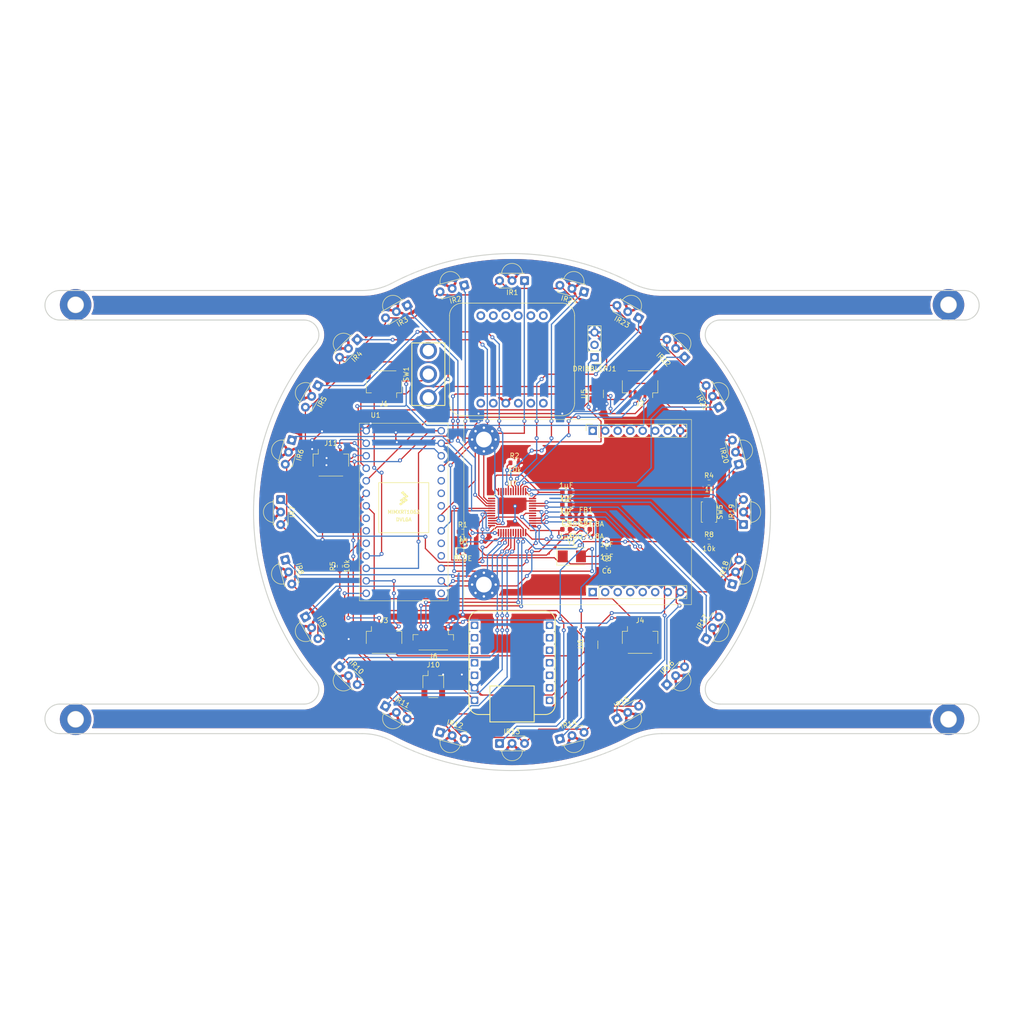
<source format=kicad_pcb>
(kicad_pcb (version 20221018) (generator pcbnew)
  (title_block (title "soccer lightweight layer 3 pcb drawing") (date "2024-01-03") (rev "0.1") (company "ducc. Robotics"))
  (layers (0 "F.Cu" signal) (31 "B.Cu" signal) (34 "B.Paste" user) (35 "F.Paste" user) (36 "B.SilkS" user "B.Silkscreen") (37 "F.SilkS" user "F.Silkscreen") (38 "B.Mask" user) (39 "F.Mask" user) (44 "Edge.Cuts" user))
  (net 0 "")
  (net 1 "/M1INB")
  (net 2 "/M1PWM")
  (net 3 "/M1CS")
  (net 4 "/M1INA")
  (net 5 "/M2INB")
  (net 6 "/M2PWM")
  (net 7 "/M2CS")
  (net 8 "/M2INA")
  (net 9 "/M3INB")
  (net 10 "/M3PWM")
  (net 11 "/M3CS")
  (net 12 "/M3INA")
  (net 13 "/M4INB")
  (net 14 "/M4PWM")
  (net 15 "/M4CS")
  (net 16 "/M4INA")
  (net 17 "+5V")
  (net 18 "/DRIBBLERPWM")
  (net 19 "/IMUSCL")
  (net 20 "/IMUSDA")
  (net 21 "/L1RX")
  (net 22 "/L1TX")
  (net 23 "+3V3")
  (net 26 "/BTRX")
  (net 27 "/BTTX")
  (net 28 "GNDD")
  (net 29 "/EN")
  (net 32 "GND")
  (net 41 "/CAMTX")
  (net 42 "/CAMRX")
  (net 45 "/ir/IR1")
  (net 46 "/ir/RESET")
  (net 47 "/ir/PROG3V3")
  (net 48 "VCCQ")
  (net 49 "GNDA")
  (net 50 "/ir/OSCIN")
  (net 51 "/ir/OSCOUT")
  (net 52 "Net-(D1-A)")
  (net 53 "/ir/SWDCLOCK")
  (net 54 "/ir/SWDIO")
  (net 55 "/ir/DEBUGTX")
  (net 56 "/ir/DEBUGRX")
  (net 57 "Net-(U7-BOOT0)")
  (net 58 "Net-(R4-Pad2)")
  (net 60 "/ir/IR2")
  (net 61 "/ir/IR3")
  (net 62 "/ir/IR4")
  (net 63 "/ir/IR5")
  (net 64 "/ir/IR6")
  (net 65 "/ir/IR7")
  (net 66 "/ir/IR8")
  (net 67 "/ir/IR9")
  (net 68 "/ir/IR10")
  (net 69 "/ir/IR11")
  (net 70 "/ir/IR12")
  (net 71 "/ir/IR16")
  (net 72 "/ir/IR17")
  (net 73 "/ir/IR18")
  (net 74 "/ir/IR19")
  (net 75 "/ir/IR20")
  (net 76 "/ir/IR21")
  (net 77 "/ir/IR22")
  (net 78 "/ir/IR23")
  (net 79 "/ir/IR24")
  (net 82 "/ir/IR13")
  (net 83 "/ir/IR14")
  (net 84 "/ir/IR15")
  (net 88 "Net-(U7-PA3)")
  (net 92 "IRTX")
  (net 93 "IRRX")
  (footprint "Capacitor_SMD:C_0603_1608Metric" (layer "F.Cu") (at 120 106)
    (fp_text reference "FB1")
    (fp_text value "30Ω/1.8A")
  )
  (footprint "footprints:openmv" (layer "F.Cu") (at 98.77 105 90)
    (fp_text reference "J5" hide)
    (fp_text value "Conn_01x16_Socket" hide)
  )
  (footprint "Diode_SMD:D_0603_1608Metric" (layer "F.Cu") (at 95 113)
    (fp_text reference "D1")
    (fp_text value "BLUE")
  )
  (footprint "MountingHole:MountingHole_3.2mm_M3_Pad" (layer "F.Cu") (at 193.64342 62.909009)
    (fp_text reference "H2")
    (fp_text value "MountingHole")
  )
  (footprint "Resistor_SMD:R_0603_1608Metric" (layer "F.Cu") (at 70.02 116 90)
    (fp_text reference "R5")
    (fp_text value "10k")
  )
  (footprint "Button_Switch_SMD:SW_Push_SPST_NO_Alps_SKRK" (layer "F.Cu") (at 145 105 -90)
    (fp_text reference "SW5")
    (fp_text value "SW_Push")
  )
  (footprint "MountingHole:MountingHole_3.2mm_M3_Pad" (layer "F.Cu") (at 16.35658 147.090991)
    (fp_text reference "H3")
    (fp_text value "MountingHole")
  )
  (footprint "OptoDevice:Vishay_MINICAST-3Pin" (layer "F.Cu") (at 152 105 90)
    (fp_text reference "IR19")
    (fp_text value "TSSP58038")
  )
  (footprint "Capacitor_SMD:C_0603_1608Metric" (layer "F.Cu") (at 124.225 115.52 180)
    (fp_text reference "C6")
    (fp_text value "1pF")
  )
  (footprint "Capacitor_SMD:C_0603_1608Metric" (layer "F.Cu") (at 120 108.51)
    (fp_text reference "FB2")
    (fp_text value "30Ω/1.8A")
  )
  (footprint "Resistor_SMD:R_0603_1608Metric" (layer "F.Cu") (at 105.5 95)
    (fp_text reference "R2")
    (fp_text value "10k")
  )
  (footprint "OptoDevice:Vishay_MINICAST-3Pin" (layer "F.Cu") (at 128.5 64.296806 150)
    (fp_text reference "IR23")
    (fp_text value "TSSP58038")
  )
  (footprint "OptoDevice:Vishay_MINICAST-3Pin" (layer "F.Cu") (at 71.765981 138.234019 -45)
    (fp_text reference "IR10")
    (fp_text value "TSSP58038")
  )
  (footprint "OptoDevice:Vishay_MINICAST-3Pin" (layer "F.Cu") (at 58 105 -90)
    (fp_text reference "IR7")
    (fp_text value "TSSP58038")
  )
  (footprint "OptoDevice:Vishay_MINICAST-3Pin" (layer "F.Cu") (at 64.296806 81.5 -120)
    (fp_text reference "IR5")
    (fp_text value "TSSP58038")
  )
  (footprint "Capacitor_SMD:C_0603_1608Metric" (layer "F.Cu") (at 116 101 180)
    (fp_text reference "C1")
    (fp_text value "1μF")
  )
  (footprint "Connector_JST:JST_SH_SM05B-SRSS-TB_1x05-1MP_P1.00mm_Horizontal" (layer "F.Cu") (at 79 131)
    (fp_text reference "J3")
    (fp_text value "SH1.0 5P")
  )
  (footprint "Resistor_SMD:R_0603_1608Metric" (layer "F.Cu") (at 145 111)
    (fp_text reference "R8")
    (fp_text value "10k")
  )
  (footprint "OptoDevice:Vishay_MINICAST-3Pin" (layer "F.Cu") (at 145.703194 81.5 120)
    (fp_text reference "IR21")
    (fp_text value "TSSP58038")
  )
  (footprint "Resistor_SMD:R_0603_1608Metric" (layer "F.Cu") (at 95 109)
    (fp_text reference "R1")
    (fp_text value "1k")
  )
  (footprint "OptoDevice:Vishay_MINICAST-3Pin" (layer "F.Cu") (at 71.765981 71.765981 -135)
    (fp_text reference "IR4")
    (fp_text value "TSSP58038")
  )
  (footprint "footprints:bno085" (layer "F.Cu") (at 105 74)
    (fp_text reference "U4" hide)
    (fp_text value "BNO085")
  )
  (footprint "libraries:xiao-esp32c3" (layer "F.Cu") (at 105 135.62 180)
    (fp_text reference "U2" hide)
    (fp_text value "MOUDLE-SEEEDUINO-XIAO-ESP32C3" hide)
  )
  (footprint "MountingHole:MountingHole_3.2mm_M3_Pad" (layer "F.Cu") (at 193.64342 147.090991)
    (fp_text reference "H4")
    (fp_text value "MountingHole")
  )
  (footprint "Capacitor_SMD:C_0603_1608Metric" (layer "F.Cu") (at 124.225 113 180)
    (fp_text reference "C5")
    (fp_text value "1pF")
  )
  (footprint "Crystal:Crystal_SMD_5032-2Pin_5.0x3.2mm" (layer "F.Cu") (at 117.15 114)
    (fp_text reference "Y1")
    (fp_text value "Crystal")
  )
  (footprint "Capacitor_SMD:C_0603_1608Metric" (layer "F.Cu") (at 115.99 108.51)
    (fp_text reference "C4")
    (fp_text value "1μF")
  )
  (footprint "OptoDevice:Vishay_MINICAST-3Pin" (layer "F.Cu") (at 145.703194 128.5 60)
    (fp_text reference "IR17")
    (fp_text value "TSSP58038")
  )
  (footprint "Capacitor_SMD:C_0603_1608Metric" (layer "F.Cu") (at 115.99 106 180)
    (fp_text reference "C3")
    (fp_text value "1μF")
  )
  (footprint "Connector_JST:JST_SH_SM05B-SRSS-TB_1x05-1MP_P1.00mm_Horizontal" (layer "F.Cu") (at 131 79 180)
    (fp_text reference "J2")
    (fp_text value "SH1.0 5P")
  )
  (footprint "OptoDevice:Vishay_MINICAST-3Pin" (layer "F.Cu") (at 138.234019 71.765981 135)
    (fp_text reference "IR22")
    (fp_text value "TSSP58038")
  )
  (footprint "Package_TO_SOT_SMD:SOT-23-6" (layer "F.Cu") (at 122 81 90)
    (fp_text reference "U5")
    (fp_text value "74LVC2G04")
  )
  (footprint "Capacitor_SMD:C_0603_1608Metric" (layer "F.Cu") (at 115.99 103.49 180)
    (fp_text reference "C2")
    (fp_text value "1μF")
  )
  (footprint "OptoDevice:Vishay_MINICAST-3Pin" (layer "F.Cu") (at 92.835505 59.601486 -165)
    (fp_text reference "IR2")
    (fp_text value "TSSP58038")
  )
  (footprint "MountingHole:MountingHole_3.2mm_M3_Pad" (layer "F.Cu") (at 16.35658 62.909009)
    (fp_text reference "H1")
    (fp_text value "MountingHole")
  )
  (footprint "Connector_JST:JST_SH_SM02B-SRSS-TB_1x02-1MP_P1.00mm_Horizontal" (layer "F.Cu") (at 89 140)
    (fp_text reference "J10")
    (fp_text value "SH1.0 2P")
  )
  (footprint "OptoDevice:Vishay_MINICAST-3Pin" (layer "F.Cu") (at 105 58 180)
    (fp_text reference "IR1")
    (fp_text value "TSSP58038")
  )
  (footprint "OptoDevice:Vishay_MINICAST-3Pin" (layer "F.Cu") (at 59.601486 92.835505 -105)
    (fp_text reference "IR6")
    (fp_text value "TSSP58038")
  )
  (footprint "OptoDevice:Vishay_MINICAST-3Pin" (layer "F.Cu") (at 81.5 145.703194 -30)
    (fp_text reference "IR11")
    (fp_text value "TSSP58038")
  )
  (footprint "Resistor_SMD:R_0603_1608Metric" (layer "F.Cu") (at 145 99)
    (fp_text reference "R4")
    (fp_text value "1k")
  )
  (footprint "OptoDevice:Vishay_MINICAST-3Pin" (layer "F.Cu") (at 128.5 145.703194 30)
    (fp_text reference "IR15")
    (fp_text value "TSSP58038")
  )
  (footprint "Connector_JST:JST_SH_SM05B-SRSS-TB_1x05-1MP_P1.00mm_Horizontal" (layer "F.Cu") (at 79 79 180)
    (fp_text reference "J1")
    (fp_text value "SH1.0 5P")
  )
  (footprint "OptoDevice:Vishay_MINICAST-3Pin" (layer "F.Cu") (at 117.164495 59.601486 165)
    (fp_text reference "IR24")
    (fp_text value "TSSP58038")
  )
  (footprint "Connector_PinHeader_2.54mm:PinHeader_1x03_P2.54mm_Vertical" (layer "F.Cu") (at 121.75 73.58 180)
    (fp_text reference "DRIBBLERJ1")
    (fp_text value "Conn_01x03_Male")
  )
  (footprint "Switches:SWITCH_SPDT_PTH_12.7X6.7MM" (layer "F.Cu") (at 88 77 90)
    (fp_text reference "SW1")
    (fp_text value "SW_SPDT")
  )
  (footprint "Package_QFP:LQFP-48_7x7mm_P0.5mm" (layer "F.Cu") (at 105 105)
    (fp_text reference "U7")
    (fp_text value "STM32F103C8T6")
  )
  (footprint "OptoDevice:Vishay_MINICAST-3Pin" (layer "F.Cu") (at 59.601486 117.164495 -75)
    (fp_text reference "IR8")
    (fp_text value "TSSP58038")
  )
  (footprint "OptoDevice:Vishay_MINICAST-3Pin" (layer "F.Cu") (at 64.296806 128.5 -60)
    (fp_text reference "IR9")
    (fp_text value "TSSP58038")
  )
  (footprint "OptoDevice:Vishay_MINICAST-3Pin" (layer "F.Cu") (at 105 152)
    (fp_text reference "IR13")
    (fp_text value "TSSP58038")
  )
  (footprint "Connector_JST:JST_SH_SM05B-SRSS-TB_1x05-1MP_P1.00mm_Horizontal" (layer "F.Cu") (at 68.2 95)
    (fp_text reference "J11")
    (fp_text value "SH1.0 5P")
  )
  (footprint "Package_TO_SOT_SMD:SOT-23-6" (layer "F.Cu") (at 120.8625 131.95 90)
    (fp_text reference "U6")
    (fp_text value "74LVC2G04")
  )
  (footprint "OptoDevice:Vishay_MINICAST-3Pin" (layer "F.Cu") (at 138.234019 138.234019 45)
    (fp_text reference "IR16")
    (fp_text value "TSSP58038")
  )
  (footprint "OptoDevice:Vishay_MINICAST-3Pin" (layer "F.Cu") (at 81.5 64.296806 -150)
    (fp_text reference "IR3")
    (fp_text value "TSSP58038")
  )
  (footprint "OptoDevice:Vishay_MINICAST-3Pin" (layer "F.Cu") (at 150.398514 92.835505 105)
    (fp_text reference "IR20")
    (fp_text value "TSSP58038")
  )
  (footprint "OptoDevice:Vishay_MINICAST-3Pin" (layer "F.Cu") (at 150.398514 117.164495 75)
    (fp_text reference "IR18")
    (fp_text value "TSSP58038")
  )
  (footprint "OptoDevice:Vishay_MINICAST-3Pin" (layer "F.Cu") (at 92.835505 150.398514 -15)
    (fp_text reference "IR12")
    (fp_text value "TSSP58038")
  )
  (footprint "Connector_JST:JST_SH_BM06B-SRSS-TB_1x06-1MP_P1.00mm_Vertical" (layer "F.Cu") (at 89 131 180)
    (fp_text reference "J6")
    (fp_text value "SH1.0 Female")
  )
  (footprint "Connector_JST:JST_SH_SM05B-SRSS-TB_1x05-1MP_P1.00mm_Horizontal" (layer "F.Cu") (at 131 131)
    (fp_text reference locked "J4")
    (fp_text value "SH1.0 5P")
  )
  (footprint "OptoDevice:Vishay_MINICAST-3Pin" (layer "F.Cu") (at 117.164495 150.398514 15)
    (fp_text reference "IR14")
    (fp_text value "TSSP58038")
  )
  (footprint "libraries:Teensy 4.0" (layer "F.Cu") (at 83 105)
    (fp_text reference "U1")
    (fp_text value "TEENSY 4.0")
  )
  (gr_arc (start 129.393948 151.48855) (mid 105 157.5) (end 80.606052 151.48855) (stroke (width 0.2)) (layer "Edge.Cuts"))
  (gr_arc (start 62.759617 65.999999) (mid 65.483371 67.742591) (end 65.042881 70.945945) (stroke (width 0.2)) (layer "Edge.Cuts"))
  (gr_line (start 13.131671 144.000001) (end 62.759617 144.000001) (stroke (width 0.2)) (layer "Edge.Cuts"))
  (gr_arc (start 65.042881 139.054055) (mid 65.483382 142.257413) (end 62.759617 144.000001) (stroke (width 0.2)) (layer "Edge.Cuts"))
  (gr_line (start 62.759617 65.999999) (end 13.131671 65.999999) (stroke (width 0.2)) (layer "Edge.Cuts"))
  (gr_arc (start 129.393948 151.48855) (mid 132.323795 150.377612) (end 135.434354 150.000001) (stroke (width 0.2)) (layer "Edge.Cuts"))
  (gr_arc (start 144.957119 70.945945) (mid 144.516618 67.742587) (end 147.240383 65.999999) (stroke (width 0.2)) (layer "Edge.Cuts"))
  (gr_circle (center 16.35658 62.909009) (end 17.95658 62.909009) (stroke (width 0.2)) (fill none) (layer "Edge.Cuts"))
  (gr_arc (start 135.434354 59.999999) (mid 132.3238 59.622367) (end 129.393948 58.51145) (stroke (width 0.2)) (layer "Edge.Cuts"))
  (gr_line (start 196.868329 150.000001) (end 135.434354 150.000001) (stroke (width 0.2)) (layer "Edge.Cuts"))
  (gr_arc (start 13.131671 150.000001) (mid 10.131669 147) (end 13.131671 144.000001) (stroke (width 0.2)) (layer "Edge.Cuts"))
  (gr_line (start 74.565646 150.000001) (end 13.131671 150.000001) (stroke (width 0.2)) (layer "Edge.Cuts"))
  (gr_line (start 13.131671 59.999999) (end 74.565646 59.999999) (stroke (width 0.2)) (layer "Edge.Cuts"))
  (gr_arc (start 13.131671 65.999999) (mid 10.131671 63) (end 13.131671 59.999999) (stroke (width 0.2)) (layer "Edge.Cuts"))
  (gr_arc (start 80.606052 58.51145) (mid 105 52.5) (end 129.393948 58.51145) (stroke (width 0.2)) (layer "Edge.Cuts"))
  (gr_arc (start 80.606052 58.51145) (mid 77.676205 59.622388) (end 74.565646 59.999999) (stroke (width 0.2)) (layer "Edge.Cuts"))
  (gr_line (start 135.434354 59.999999) (end 196.868329 59.999999) (stroke (width 0.2)) (layer "Edge.Cuts"))
  (gr_line (start 196.868329 65.999999) (end 147.240383 65.999999) (stroke (width 0.2)) (layer "Edge.Cuts"))
  (gr_arc (start 196.868329 59.999999) (mid 199.868301 63) (end 196.868329 65.999999) (stroke (width 0.2)) (layer "Edge.Cuts"))
  (gr_arc (start 147.240383 144.000001) (mid 144.516629 142.257409) (end 144.957119 139.054055) (stroke (width 0.2)) (layer "Edge.Cuts"))
  (gr_circle (center 193.64342 62.909009) (end 195.24342 62.909009) (stroke (width 0.2)) (fill none) (layer "Edge.Cuts"))
  (gr_circle (center 16.35658 147.090991) (end 17.95658 147.090991) (stroke (width 0.2)) (fill none) (layer "Edge.Cuts"))
  (gr_arc (start 144.957119 70.945945) (mid 157.5 105) (end 144.957119 139.054055) (stroke (width 0.2)) (layer "Edge.Cuts"))
  (gr_arc (start 196.868329 144.000001) (mid 199.868299 147) (end 196.868329 150.000001) (stroke (width 0.2)) (layer "Edge.Cuts"))
  (gr_line (start 147.240383 144.000001) (end 196.868329 144.000001) (stroke (width 0.2)) (layer "Edge.Cuts"))
  (gr_arc (start 65.042881 139.054055) (mid 52.5 105) (end 65.042881 70.945945) (stroke (width 0.2)) (layer "Edge.Cuts"))
  (gr_circle (center 193.64342 147.090991) (end 195.24342 147.090991) (stroke (width 0.2)) (fill none) (layer "Edge.Cuts"))
  (gr_arc (start 74.565646 150.000001) (mid 77.6762 150.377633) (end 80.606052 151.48855) (stroke (width 0.2)) (layer "Edge.Cuts"))
  (segment (start 120.6875 79.5) (end 121.05 79.8625) (width 0.25) (layer "F.Cu") (net 1))
  (segment (start 81 81) (end 83.5 81) (width 0.25) (layer "F.Cu") (net 1))
  (segment (start 83.5 81) (end 85 79.5) (width 0.25) (layer "F.Cu") (net 1))
  (segment (start 85 79.5) (end 120.6875 79.5) (width 0.25) (layer "F.Cu") (net 1))
  (segment (start 74.29 82.263248) (end 76.653248 79.9) (width 0.25) (layer "F.Cu") (net 2))
  (segment (start 74.29 95.02) (end 74.29 82.263248) (width 0.25) (layer "F.Cu") (net 2))
  (segment (start 75.38 96.11) (end 74.29 95.02) (width 0.25) (layer "F.Cu") (net 2))
  (segment (start 79 80.225) (end 79 81) (width 0.25) (layer "F.Cu") (net 2))
  (segment (start 76.653248 79.9) (end 78.675 79.9) (width 0.25) (layer "F.Cu") (net 2))
  (segment (start 78.675 79.9) (end 79 80.225) (width 0.25) (layer "F.Cu") (net 2))
  (segment (start 121.05 82.1375) (end 118.9375 84.25) (width 0.25) (layer "F.Cu") (net 4))
  (segment (start 118.9375 84.25) (end 77 84.25) (width 0.25) (layer "F.Cu") (net 4))
  (segment (start 77 96) (end 77 84.25) (width 0.25) (layer "F.Cu") (net 4))
  (segment (start 77 84.25) (end 77 81) (width 0.25) (layer "F.Cu") (net 4))
  (segment (start 78.5 113.5) (end 78.5 97) (width 0.25) (layer "F.Cu") (net 4))
  (via (at 78.5 97) (size 0.8) (drill 0.4) (layers "F.Cu" "B.Cu") (net 4))
  (via (at 77 96) (size 0.8) (drill 0.4) (layers "F.Cu" "B.Cu") (net 4))
  (via (at 78.5 113.5) (size 0.8) (drill 0.4) (layers "F.Cu" "B.Cu") (net 4))
  (segment (start 78.11 113.89) (end 78.5 113.5) (width 0.25) (layer "B.Cu") (net 4))
  (segment (start 75.38 113.89) (end 78.11 113.89) (width 0.25) (layer "B.Cu") (net 4))
  (segment (start 78 97) (end 77 96) (width 0.25) (layer "B.Cu") (net 4))
  (segment (start 78.5 97) (end 78 97) (width 0.25) (layer "B.Cu") (net 4))
  (segment (start 133 81) (end 133 82) (width 0.25) (layer "F.Cu") (net 5))
  (segment (start 124.5005 81.413) (end 122.95 79.8625) (width 0.25) (layer "F.Cu") (net 5))
  (segment (start 133 82) (end 130 85) (width 0.25) (layer "F.Cu") (net 5))
  (segment (start 130 85) (end 125 85) (width 0.25) (layer "F.Cu") (net 5))
  (segment (start 125 81.413) (end 124.5005 81.413) (width 0.25) (layer "F.Cu") (net 5))
  (segment (start 125 85) (end 125 84) (width 0.25) (layer "F.Cu") (net 5))
  (via (at 125 84) (size 0.8) (drill 0.4) (layers "F.Cu" "B.Cu") (net 5))
  (via (at 125 81.413) (size 0.8) (drill 0.4) (layers "F.Cu" "B.Cu") (net 5))
  (segment (start 125 84) (end 125 81.413) (width 0.25) (layer "B.Cu") (net 5))
  (segment (start 131 82) (end 131 81) (width 0.25) (layer "F.Cu") (net 6))
  (segment (start 75.38 98.65) (end 88.28 85.75) (width 0.25) (layer "F.Cu") (net 6))
  (segment (start 88.28 85.75) (end 118.5 85.75) (width 0.25) (layer "F.Cu") (net 6))
  (segment (start 130 83) (end 131 82) (width 0.25) (layer "F.Cu") (net 6))
  (via (at 130 83) (size 0.8) (drill 0.4) (layers "F.Cu" "B.Cu") (net 6))
  (via (at 118.5 85.75) (size 0.8) (drill 0.4) (layers "F.Cu" "B.Cu") (net 6))
  (segment (start 127.25 85.75) (end 130 83) (width 0.25) (layer "B.Cu") (net 6))
  (segment (start 118.5 85.75) (end 127.25 85.75) (width 0.25) (layer "B.Cu") (net 6))
  (segment (start 92.92 89.58) (end 93 89.5) (width 0.25) (layer "F.Cu") (net 8))
  (segment (start 122.95 81.475) (end 122.95 82.1375) (width 0.25) (layer "F.Cu") (net 8))
  (segment (start 129 81) (end 127.8625 82.1375) (width 0.25) (layer "F.Cu") (net 8))
  (segment (start 89.42 89.58) (end 92.92 89.58) (width 0.25) (layer "F.Cu") (net 8))
  (segment (start 93 89.5) (end 93 86.5) (width 0.25) (layer "F.Cu") (net 8))
  (segment (start 93 81.5) (end 93.475 81.025) (width 0.25) (layer "F.Cu") (net 8))
  (segment (start 86 111) (end 86 93) (width 0.25) (layer "F.Cu") (net 8))
  (segment (start 122.5 81.025) (end 122.95 81.475) (width 0.25) (layer "F.Cu") (net 8))
  (segment (start 127.8625 82.1375) (end 122.95 82.1375) (width 0.25) (layer "F.Cu") (net 8))
  (segment (start 86 93) (end 89.42 89.58) (width 0.25) (layer "F.Cu") (net 8))
  (segment (start 93.475 81.025) (end 122.5 81.025) (width 0.25) (layer "F.Cu") (net 8))
  (via (at 93 81.5) (size 0.8) (drill 0.4) (layers "F.Cu" "B.Cu") (net 8))
  (via (at 86 111) (size 0.8) (drill 0.4) (layers "F.Cu" "B.Cu") (net 8))
  (via (at 93 86.5) (size 0.8) (drill 0.4) (layers "F.Cu" "B.Cu") (net 8))
  (segment (start 85.97 116.43) (end 86 116.4) (width 0.25) (layer "B.Cu") (net 8))
  (segment (start 86 116.4) (end 86 111) (width 0.25) (layer "B.Cu") (net 8))
  (segment (start 93 86.5) (end 93 81.5) (width 0.25) (layer "B.Cu") (net 8))
  (segment (start 75.38 116.43) (end 85.97 116.43) (width 0.25) (layer "B.Cu") (net 8))
  (segment (start 77 129) (end 77 125) (width 0.25) (layer "F.Cu") (net 9))
  (segment (start 77 125) (end 114.1 125) (width 0.25) (layer "F.Cu") (net 9))
  (segment (start 114.1 125) (end 119.9125 130.8125) (width 0.25) (layer "F.Cu") (net 9))
  (segment (start 74.29 128.08) (end 74.29 102.28) (width 0.25) (layer "F.Cu") (net 10))
  (segment (start 79 129.775) (end 78.675 130.1) (width 0.25) (layer "F.Cu") (net 10))
  (segment (start 79 129) (end 79 129.775) (width 0.25) (layer "F.Cu") (net 10))
  (segment (start 78.675 130.1) (end 76.31 130.1) (width 0.25) (layer "F.Cu") (net 10))
  (segment (start 76.31 130.1) (end 74.29 128.08) (width 0.25) (layer "F.Cu") (net 10))
  (segment (start 74.29 102.28) (end 75.38 101.19) (width 0.25) (layer "F.Cu") (net 10))
  (segment (start 81 129) (end 81 133.388174) (width 0.25) (layer "F.Cu") (net 12))
  (segment (start 81 133.388174) (end 81.805913 134.194087) (width 0.25) (layer "F.Cu") (net 12))
  (segment (start 81 119) (end 81 121.5) (width 0.25) (layer "F.Cu") (net 12))
  (segment (start 81.805913 134.194087) (end 118.805913 134.194087) (width 0.25) (layer "F.Cu") (net 12))
  (segment (start 82 128.2245) (end 81.7755 128.2245) (width 0.25) (layer "F.Cu") (net 12))
  (segment (start 118.805913 134.194087) (end 119.9125 133.0875) (width 0.25) (layer "F.Cu") (net 12))
  (segment (start 81.7755 128.2245) (end 81 129) (width 0.25) (layer "F.Cu") (net 12))
  (via (at 82 128.2245) (size 0.8) (drill 0.4) (layers "F.Cu" "B.Cu") (net 12))
  (via (at 81 119) (size 0.8) (drill 0.4) (layers "F.Cu" "B.Cu") (net 12))
  (via (at 81 121.5) (size 0.8) (drill 0.4) (layers "F.Cu" "B.Cu") (net 12))
  (segment (start 81 127.2245) (end 82 128.2245) (width 0.25) (layer "B.Cu") (net 12))
  (segment (start 80.97 118.97) (end 81 119) (width 0.25) (layer "B.Cu") (net 12))
  (segment (start 81 121.5) (end 81 127.2245) (width 0.25) (layer "B.Cu") (net 12))
  (segment (start 75.38 118.97) (end 80.97 118.97) (width 0.25) (layer "B.Cu") (net 12))
  (segment (start 123.625 129) (end 129 129) (width 0.25) (layer "F.Cu") (net 13))
  (segment (start 121.8125 130.8125) (end 123.625 129) (width 0.25) (layer "F.Cu") (net 13))
  (segment (start 77 122.5) (end 77 105.35) (width 0.25) (layer "F.Cu") (net 14))
  (segment (start 77.1 122.6) (end 77 122.5) (width 0.25) (layer "F.Cu") (net 14))
  (segment (start 131 129) (end 131 128.225) (width 0.25) (layer "F.Cu") (net 14))
  (segment (start 125.375 122.6) (end 77.1 122.6) (width 0.25) (layer "F.Cu") (net 14))
  (segment (start 131 128.225) (end 125.375 122.6) (width 0.25) (layer "F.Cu") (net 14))
  (segment (start 77 105.35) (end 75.38 103.73) (width 0.25) (layer "F.Cu") (net 14))
  (segment (start 121.8125 133.0875) (end 122.825 134.1) (width 0.25) (layer "F.Cu") (net 16))
  (segment (start 111.735908 146) (end 86 146) (width 0.25) (layer "F.Cu") (net 16))
  (segment (start 121.8125 135.923408) (end 111.735908 146) (width 0.25) (layer "F.Cu") (net 16))
  (segment (start 71 131) (end 71 121.5) (width 0.25) (layer "F.Cu") (net 16))
  (segment (start 128.89 134.1) (end 133 129.99) (width 0.25) (layer "F.Cu") (net 16))
  (segment (start 133 129.99) (end 133 129) (width 0.25) (layer "F.Cu") (net 16))
  (segment (start 86 146) (end 71 131) (width 0.25) (layer "F.Cu") (net 16))
  (segment (start 121.8125 133.0875) (end 121.8125 135.923408) (width 0.25) (layer "F.Cu") (net 16))
  (segment (start 122.825 134.1) (end 128.89 134.1) (width 0.25) (layer "F.Cu") (net 16))
  (via (at 71 121.5) (size 0.8) (drill 0.4) (layers "F.Cu" "B.Cu") (net 16))
  (segment (start 71.01 121.51) (end 75.38 121.51) (width 0.25) (layer "B.Cu") (net 16))
  (segment (start 71 121.5) (end 71.01 121.51) (width 0.25) (layer "B.Cu") (net 16))
  (segment (start 72.75 114) (end 72.75 127.176396) (width 0.25) (layer "F.Cu") (net 17))
  (segment (start 66.2 93.975) (end 66.2 93) (width 0.25) (layer "F.Cu") (net 17))
  (segment (start 73 100.25) (end 73 94.75) (width 0.25) (layer "F.Cu") (net 17))
  (segment (start 72.75 127.176396) (end 81.218604 135.645) (width 0.25) (layer "F.Cu") (net 17))
  (segment (start 72.75 110.75) (end 72.75 100.5) (width 0.25) (layer "F.Cu") (net 17))
  (segment (start 81.218604 135.645) (end 89.785 135.645) (width 0.25) (layer "F.Cu") (net 17))
  (segment (start 66.975 94.75) (end 66.2 93.975) (width 0.25) (layer "F.Cu") (net 17))
  (segment (start 82.25 94.5) (end 88.26 88.49) (width 0.25) (layer "F.Cu") (net 17))
  (segment (start 89.785 135.645) (end 97.38 143.24) (width 0.25) (layer "F.Cu") (net 17))
  (segment (start 88.26 88.49) (end 90.62 88.49) (width 0.25) (layer "F.Cu") (net 17))
  (segment (start 72.75 100.5) (end 73 100.25) (width 0.25) (layer "F.Cu") (net 17))
  (segment (start 66.975 94.75) (end 73 94.75) (width 0.25) (layer "F.Cu") (net 17))
  (via (at 82.25 94.5) (size 0.8) (drill 0.4) (layers "F.Cu" "B.Cu") (net 17))
  (via (at 72.75 110.75) (size 0.8) (drill 0.4) (layers "F.Cu" "B.Cu") (net 17))
  (via (at 73 94.75) (size 0.8) (drill 0.4) (layers "F.Cu" "B.Cu") (net 17))
  (via (at 72.75 114) (size 0.8) (drill 0.4) (layers "F.Cu" "B.Cu") (net 17))
  (segment (start 73 94.75) (end 82 94.75) (width 0.25) (layer "B.Cu") (net 17))
  (segment (start 82 94.75) (end 82.25 94.5) (width 0.25) (layer "B.Cu") (net 17))
  (segment (start 72.75 114) (end 72.75 110.75) (width 0.25) (layer "B.Cu") (net 17))
  (segment (start 95.98 90.75) (end 90.62 96.11) (width 0.25) (layer "F.Cu") (net 18))
  (segment (start 123.07 90.68) (end 123 90.75) (width 0.25) (layer "F.Cu") (net 18))
  (segment (start 120.55605 84.05605) (end 123.07 86.57) (width 0.25) (layer "F.Cu") (net 18))
  (segment (start 120.55605 83.65605) (end 120.55605 84.05605) (width 0.25) (layer "F.Cu") (net 18))
  (segment (start 123 90.75) (end 95.98 90.75) (width 0.25) (layer "F.Cu") (net 18))
  (segment (start 123.07 86.57) (end 123.07 90.68) (width 0.25) (layer "F.Cu") (net 18))
  (via (at 120.55605 83.65605) (size 0.8) (drill 0.4) (layers "F.Cu" "B.Cu") (net 18))
  (segment (start 120.55605 83.65605) (end 120.5 83.6) (width 0.25) (layer "B.Cu") (net 18))
  (segment (start 120.5 74.83) (end 121.75 73.58) (width 0.25) (layer "B.Cu") (net 18))
  (segment (start 120.5 83.6) (end 120.5 74.83) (width 0.25) (layer "B.Cu") (net 18))
  (segment (start 90.62 106.27) (end 90.62 105.505) (width 0.25) (layer "F.Cu") (net 19))
  (segment (start 90.62 105.505) (end 97.525 98.6) (width 0.25) (layer "F.Cu") (net 19))
  (segment (start 97.525 92.449695) (end 97.974695 92) (width 0.25) (layer "F.Cu") (net 19))
  (segment (start 97.525 98.6) (end 97.525 92.449695) (width 0.25) (layer "F.Cu") (net 19))
  (segment (start 92.5 95.5) (end 96.725 91.275) (width 0.25) (layer "F.Cu") (net 20))
  (via (at 92.5 95.5) (size 0.8) (drill 0.4) (layers "F.Cu" "B.Cu") (net 20))
  (segment (start 92.5 106.93) (end 92.5 95.5) (width 0.25) (layer "B.Cu") (net 20))
  (segment (start 90.62 108.81) (end 92.5 106.93) (width 0.25) (layer "B.Cu") (net 20))
  (segment (start 73 93.5) (end 72.4 94.1) (width 0.25) (layer "F.Cu") (net 21))
  (segment (start 72.4 94.1) (end 69.6 94.1) (width 0.25) (layer "F.Cu") (net 21))
  (segment (start 69.6 94.1) (end 69.2 93.7) (width 0.25) (layer "F.Cu") (net 21))
  (segment (start 69.2 93.7) (end 69.2 93) (width 0.25) (layer "F.Cu") (net 21))
  (via (at 73 93.5) (size 0.8) (drill 0.4) (layers "F.Cu" "B.Cu") (net 21))
  (segment (start 75.31 93.5) (end 75.38 93.57) (width 0.25) (layer "B.Cu") (net 21))
  (segment (start 73 93.5) (end 75.31 93.5) (width 0.25) (layer "B.Cu") (net 21))
  (segment (start 70 91.75) (end 70 92.8) (width 0.25) (layer "F.Cu") (net 22))
  (segment (start 70 92.8) (end 70.2 93) (width 0.25) (layer "F.Cu") (net 22))
  (via (at 70 91.75) (size 0.8) (drill 0.4) (layers "F.Cu" "B.Cu") (net 22))
  (segment (start 70 90.5) (end 70.225 90.275) (width 0.25) (layer "B.Cu") (net 22))
  (segment (start 74.625 90.275) (end 75.38 91.03) (width 0.25) (layer "B.Cu") (net 22))
  (segment (start 70 91.75) (end 70 90.5) (width 0.25) (layer "B.Cu") (net 22))
  (segment (start 70.225 90.275) (end 74.625 90.275) (width 0.25) (layer "B.Cu") (net 22))
  (segment (start 107.75 109.1625) (end 109.0875 110.5) (width 0.25) (layer "F.Cu") (net 23))
  (segment (start 110.4125 101) (end 109.1625 102.25) (width 0.25) (layer "F.Cu") (net 23))
  (segment (start 146.073194 126.300295) (end 140.03007 132.343419) (width 0.25) (layer "F.Cu") (net 23))
  (segment (start 146.424807 119.34215) (end 146.424807 121) (width 0.25) (layer "F.Cu") (net 23))
  (segment (start 72.437968 73.562032) (end 79.300295 66.699705) (width 0.25) (layer "F.Cu") (net 23))
  (segment (start 146.382053 90.382053) (end 149.741114 90.382053) (width 0.25) (layer "F.Cu") (net 23))
  (segment (start 67 91) (end 73 91) (width 0.25) (layer "F.Cu") (net 23))
  (segment (start 130.699705 144.433194) (end 124.925867 144.433194) (width 0.25) (layer "F.Cu") (net 23))
  (segment (start 122 79.8625) (end 122 79.2) (width 0.25) (layer "F.Cu") (net 23))
  (segment (start 58.944086 95.288957) (end 63.026806 91.206237) (width 0.25) (layer "F.Cu") (net 23))
  (segment (start 132.375 78.875) (end 137.135 83.635) (width 0.25) (layer "F.Cu") (net 23))
  (segment (start 144.433194 79.300295) (end 144.433194 85.074133) (width 0.25) (layer "F.Cu") (net 23))
  (segment (start 77.651651 140.03007) (end 73.562032 140.03007) (width 0.25) (layer "F.Cu") (net 23))
  (segment (start 115.225 101) (end 115.225 103.48) (width 0.25) (layer "F.Cu") (net 23))
  (segment (start 152 102.46) (end 150.775 103.685) (width 0.25) (layer "F.Cu") (net 23))
  (segment (start 146.424807 125.751908) (end 146.973194 126.300295) (width 0.25) (layer "F.Cu") (net 23))
  (segment (start 69.96993 73.562032) (end 72.437968 73.562032) (width 0.25) (layer "F.Cu") (net 23))
  (segment (start 104.037864 59.577864) (end 114.077265 59.577864) (width 0.25) (layer "F.Cu") (net 23))
  (segment (start 73.562032 140.03007) (end 73.562032 137.562032) (width 0.25) (layer "F.Cu") (net 23))
  (segment (start 110.5 101) (end 110.4125 101) (width 0.25) (layer "F.Cu") (net 23))
  (segment (start 145.825 111) (end 150.775 111) (width 0.25) (layer "F.Cu") (net 23))
  (segment (start 90.382053 60.258886) (end 91.015831 60.892664) (width 0.25) (layer "F.Cu") (net 23))
  (segment (start 122 79.2) (end 122.325 78.875) (width 0.25) (layer "F.Cu") (net 23))
  (segment (start 64.563604 91.4) (end 64.613604 91.35) (width 0.25) (layer "F.Cu") (net 23))
  (segment (start 58 107.54) (end 59.225 106.315) (width 0.25) (layer "F.Cu") (net 23))
  (segment (start 101.6 100.1875) (end 101.6 97.8) (width 0.25) (layer "F.Cu") (net 23))
  (segment (start 101.9 97.5) (end 107 97.5) (width 0.25) (layer "F.Cu") (net 23))
  (segment (start 101.6 97.8) (end 101.9 97.5) (width 0.25) (layer "F.Cu") (net 23))
  (segment (start 63.026806 91) (end 63.426806 91.4) (width 0.25) (layer "F.Cu") (net 23))
  (segment (start 68.2 92.2) (end 68.2 93) (width 0.25) (layer "F.Cu") (net 23))
  (segment (start 107.54 152) (end 106.315 150.775) (width 0.25) (layer "F.Cu") (net 23))
  (segment (start 118.425 107.71) (end 119.225 108.51) (width 0.25) (layer "F.Cu") (net 23))
  (segment (start 66.699705 130.699705) (end 65.566806 130.699705) (width 0.25) (layer "F.Cu") (net 23))
  (segment (start 63.926806 83.699705) (end 69.96993 77.656581) (width 0.25) (layer "F.Cu") (net 23))
  (segment (start 115.215 106) (end 116.925 107.71) (width 0.25) (layer "F.Cu") (net 23))
  (segment (start 116.925 107.71) (end 118.425 107.71) (width 0.25) (layer "F.Cu") (net 23))
  (segment (start 63.426806 91.4) (end 64.563604 91.4) (width 0.25) (layer "F.Cu") (net 23))
  (segment (start 118.984169 149.107336) (end 110.432664 149.107336) (width 0.25) (layer "F.Cu") (net 23))
  (segment (start 73.562032 137.562032) (end 66.699705 130.699705) (width 0.25) (layer "F.Cu") (net 23))
  (segment (start 59.225 106.315) (end 59.225 95.569871) (width 0.25) (layer "F.Cu") (net 23))
  (segment (start 79.300295 65.566806) (end 85.074133 65.566806) (width 0.25) (layer "F.Cu") (net 23))
  (segment (start 91.206237 146.973194) (end 83.699705 146.973194) (width 0.25) (layer "F.Cu") (net 23))
  (segment (start 60.258886 119.617947) (end 60.892664 118.984169) (width 0.25) (layer "F.Cu") (net 23))
  (segment (start 69.96993 73.562032) (end 70.907898 74.5) (width 0.25) (layer "F.Cu") (net 23))
  (segment (start 136.437968 71.702342) (end 144.035921 79.300295) (width 0.25) (layer "F.Cu") (net 23))
  (segment (start 107 97.5) (end 110.5 101) (width 0.25) (layer "F.Cu") (net 23))
  (segment (start 92 76.75) (end 92 78) (width 0.25) (layer "F.Cu") (net 23))
  (segment (start 117 110.5) (end 118.99 108.51) (width 0.25) (layer "F.Cu") (net 23))
  (segment (start 60.892664 118.984169) (end 60.892664 110.432664) (width 0.25) (layer "F.Cu") (net 23))
  (segment (start 150.775 111) (end 150.775 114.430129) (width 0.25) (layer "F.Cu") (net 23))
  (segment (start 85.074133 65.566806) (end 90.382053 60.258886) (width 0.25) (layer "F.Cu") (net 23))
  (segment (start 69.96993 77.656581) (end 69.96993 73.562032) (width 0.25) (layer "F.Cu") (net 23))
  (segment (start 144.035921 79.300295) (end 144.433194 79.300295) (width 0.25) (layer "F.Cu") (net 23))
  (segment (start 137.135 83.635) (end 139.635 83.635) (width 0.25) (layer "F.Cu") (net 23))
  (segment (start 139.635 83.635) (end 146.382053 90.382053) (width 0.25) (layer "F.Cu") (net 23))
  (segment (start 89.75 74.5) (end 92 76.75) (width 0.25) (layer "F.Cu") (net 23))
  (segment (start 115.215 103.49) (end 115.215 106) (width 0.25) (layer "F.Cu") (net 23))
  (segment (start 109.0875 110.5) (end 112 110.5) (width 0.25) (layer "F.Cu") (net 23))
  (segment (start 146.424807 121) (end 146.424807 125.751908) (width 0.25) (layer "F.Cu") (net 23))
  (segment (start 137.799861 136.437968) (end 130.699705 143.538124) (width 0.25) (layer "F.Cu") (net 23))
  (segment (start 146.224807 121.2) (end 146.424807 121) (width 0.25) (layer "F.Cu") (net 23))
  (segment (start 130.699705 143.538124) (end 130.699705 144.433194) (width 0.25) (layer "F.Cu") (net 23))
  (segment (start 67 91) (end 68.2 92.2) (width 0.25) (layer "F.Cu") (net 23))
  (segment (start 146.973194 126.300295) (end 146.073194 126.300295) (width 0.25) (layer "F.Cu") (net 23))
  (segment (start 102.46 58) (end 104.037864 59.577864) (width 0.25) (layer "F.Cu") (net 23))
  (segment (start 114.711043 58.944086) (end 118.793763 63.026806) (width 0.25) (layer "F.Cu") (net 23))
  (segment (start 115.225 101) (end 110.5 101) (width 0.25) (layer "F.Cu") (net 23))
  (segment (start 99.567336 60.892664) (end 102.46 58) (width 0.25) (layer "F.Cu") (net 23))
  (segment (start 91.015831 60.892664) (end 99.567336 60.892664) (width 0.25) (layer "F.Cu") (net 23))
  (segment (start 140.03007 136.437968) (end 137.799861 136.437968) (width 0.25) (layer "F.Cu") (net 23))
  (segment (start 120.8625 130.8125) (end 120.8625 129.8875) (width 0.25) (layer "F.Cu") (net 23))
  (segment (start 63.026806 83.699705) (end 63.926806 83.699705) (width 0.25) (layer "F.Cu") (net 23))
  (segment (start 115.225 103.48) (end 115.215 103.49) (width 0.25) (layer "F.Cu") (net 23))
  (segment (start 126.300295 63.026806) (end 126.300295 63.921876) (width 0.25) (layer "F.Cu") (net 23))
  (segment (start 124.925867 144.433194) (end 119.617947 149.741114) (width 0.25) (layer "F.Cu") (net 23))
  (segment (start 140.03007 132.343419) (end 140.03007 136.437968) (width 0.25) (layer "F.Cu") (net 23))
  (segment (start 66.65 91.35) (end 67 91) (width 0.25) (layer "F.Cu") (net 23))
  (segment (start 150.775 103.685) (end 150.775 111) (width 0.25) (layer "F.Cu") (net 23))
  (segment (start 139.6 121.2) (end 146.224807 121.2) (width 0.25) (layer "F.Cu") (net 23))
  (segment (start 106.315 150.775) (end 95.569871 150.775) (width 0.25) (layer "F.Cu") (net 23))
  (segment (start 83.699705 146.973194) (end 83.699705 146.078124) (width 0.25) (layer "F.Cu") (net 23))
  (segment (start 102.25 100.8375) (end 101.6 100.1875) (width 0.25) (layer "F.Cu") (net 23))
  (segment (start 149.107336 99.567336) (end 152 102.46) (width 0.25) (layer "F.Cu") (net 23))
  (segment (start 120.8625 129.8875) (end 125.25 125.5) (width 0.25) (layer "F.Cu") (net 23))
  (segment (start 63.026806 91) (end 63.026806 83.699705) (width 0.25) (layer "F.Cu") (net 23))
  (segment (start 64.613604 91.35) (end 66.65 91.35) (width 0.25) (layer "F.Cu") (net 23))
  (segment (start 132.348349 69.96993) (end 136.437968 69.96993) (width 0.25) (layer "F.Cu") (net 23))
  (segment (start 149.107336 91.015831) (end 149.107336 99.567336) (width 0.25) (layer "F.Cu") (net 23))
  (segment (start 126.300295 63.921876) (end 132.348349 69.96993) (width 0.25) (layer "F.Cu") (net 23))
  (segment (start 95.288957 151.055914) (end 91.206237 146.973194) (width 0.25) (layer "F.Cu") (net 23))
  (segment (start 79.300295 66.699705) (end 79.300295 65.566806) (width 0.25) (layer "F.Cu") (net 23))
  (segment (start 149.741114 90.382053) (end 149.107336 91.015831) (width 0.25) (layer "F.Cu") (net 23))
  (segment (start 119.617947 149.741114) (end 118.984169 149.107336) (width 0.25) (layer "F.Cu") (net 23))
  (segment (start 83.699705 146.078124) (end 77.651651 140.03007) (width 0.25) (layer "F.Cu") (net 23))
  (segment (start 110.432664 149.107336) (end 107.54 152) (width 0.25) (layer "F.Cu") (net 23))
  (segment (start 65.566806 124.925867) (end 60.258886 119.617947) (width 0.25) (layer "F.Cu") (net 23))
  (segment (start 118.793763 63.026806) (end 126.300295 63.026806) (width 0.25) (layer "F.Cu") (net 23))
  (segment (start 144.433194 85.074133) (end 149.741114 90.382053) (width 0.25) (layer "F.Cu") (net 23))
  (segment (start 95.569871 150.775) (end 95.288957 151.055914) (width 0.25) (layer "F.Cu") (net 23))
  (segment (start 65.566806 130.699705) (end 65.566806 124.925867) (width 0.25) (layer "F.Cu") (net 23))
  (segment (start 70.907898 74.5) (end 89.75 74.5) (width 0.25) (layer "F.Cu") (net 23))
  (segment (start 60.892664 110.432664) (end 58 107.54) (width 0.25) (layer "F.Cu") (net 23))
  (segment (start 151.055914 114.711043) (end 146.424807 119.34215) (width 0.25) (layer "F.Cu") (net 23))
  (segment (start 114.077265 59.577864) (end 114.711043 58.944086) (width 0.25) (layer "F.Cu") (net 23))
  (segment (start 122.325 78.875) (end 132.375 78.875) (width 0.25) (layer "F.Cu") (net 23))
  (segment (start 118.99 108.51) (end 119.225 108.51) (width 0.25) (layer "F.Cu") (net 23))
  (segment (start 136.437968 69.96993) (end 136.437968 71.702342) (width 0.25) (layer "F.Cu") (net 23))
  (segment (start 150.775 114.430129) (end 151.055914 114.711043) (width 0.25) (layer "F.Cu") (net 23))
  (segment (start 63.026806 91.206237) (end 63.026806 91) (width 0.25) (layer "F.Cu") (net 23))
  (segment (start 59.225 95.569871) (end 58.944086 95.288957) (width 0.25) (layer "F.Cu") (net 23))
  (via (at 117 110.5) (size 0.8) (drill 0.4) (layers "F.Cu" "B.Cu") (net 23))
  (via (at 125.25 125.5) (size 0.8) (drill 0.4) (layers "F.Cu" "B.Cu") (net 23))
  (via (at 112 110.5) (size 0.8) (drill 0.4) (layers "F.Cu" "B.Cu") (net 23))
  (via (at 73 91) (size 0.8) (drill 0.4) (layers "F.Cu" "B.Cu") (net 23))
  (via (at 92 78) (size 0.8) (drill 0.4) (layers "F.Cu" "B.Cu") (net 23))
  (segment (start 89.17 92.12) (end 90.62 93.57) (width 0.25) (layer "B.Cu") (net 23))
  (segment (start 125.25 125.5) (end 135.305 125.5) (width 0.25) (layer "B.Cu") (net 23))
  (segment (start 74.12 92.12) (end 89.17 92.12) (width 0.25) (layer "B.Cu") (net 23))
  (segment (start 112 110.5) (end 112.225 110.725) (width 0.25) (layer "B.Cu") (net 23))
  (segment (start 92 78) (end 91.8 78) (width 0.25) (layer "B.Cu") (net 23))
  (segment (start 73 91) (end 74.12 92.12) (width 0.25) (layer "B.Cu") (net 23))
  (segment (start 116.775 110.725) (end 117 110.5) (width 0.25) (layer "B.Cu") (net 23))
  (segment (start 135.305 125.5) (end 139.675 121.13) (width 0.25) (layer "B.Cu") (net 23))
  (segment (start 139.675 121.13) (end 139.67 121.13) (width 0.25) (layer "B.Cu") (net 23))
  (segment (start 139.67 121.13) (end 139.6 121.2) (width 0.25) (layer "B.Cu") (net 23))
  (segment (start 91.8 78) (end 88 81.8) (width 0.25) (layer "B.Cu") (net 23))
  (segment (start 112.225 110.725) (end 116.775 110.725) (width 0.25) (layer "B.Cu") (net 23))
  (segment (start 75.38 88.49) (end 75.38 87.8955) (width 0.25) (layer "F.Cu") (net 28))
  (segment (start 81.4 88.8) (end 81.4 90.6) (width 0.25) (layer "F.Cu") (net 28))
  (segment (start 97.4 88.2) (end 97.4 87.4) (width 0.25) (layer "F.Cu") (net 28))
  (segment (start 91 138) (end 89.5 138) (width 0.25) (layer "F.Cu") (net 28))
  (segment (start 97.38 140.7) (end 98.845 142.165) (width 0.25) (layer "F.Cu") (net 28))
  (segment (start 120.8625 134.5) (end 120.8625 133.0875) (width 0.25) (layer "F.Cu") (net 28))
  (segment (start 70.02 120.78) (end 70.02 116.825) (width 0.25) (layer "F.Cu") (net 28))
  (segment (start 66.4 97.198012) (end 67.299006 96.299006) (width 0.25) (layer "F.Cu") (net 28))
  (segment (start 88.5 138) (end 89.5 138) (width 0.25) (layer "F.Cu") (net 28))
  (segment (start 64.8 91.8) (end 64.4 92.2) (width 0.25) (layer "F.Cu") (net 28))
  (segment (start 79.011826 138) (end 71.81545 130.803624) (width 0.25) (layer "F.Cu") (net 28))
  (segment (start 67.2 93) (end 67.2 93.900701) (width 0.25) (layer "F.Cu") (net 28))
  (segment (start 122 82.1375) (end 122 82.8) (width 0.25) (layer "F.Cu") (net 28))
  (segment (start 94.8 138) (end 97.38 140.58) (width 0.25) (layer "F.Cu") (net 28))
  (segment (start 69.825 116.825) (end 69 116) (width 0.25) (layer "F.Cu") (net 28))
  (segment (start 66.5 110.6245) (end 66.5 102.7) (width 0.25) (layer "F.Cu") (net 28))
  (segment (start 88.5 138) (end 79.011826 138) (width 0.25) (layer "F.Cu") (net 28))
  (segment (start 98.2 85) (end 115.2 85) (width 0.25) (layer "F.Cu") (net 28))
  (segment (start 71.81545 130.803624) (end 71.81545 130.790852) (width 0.25) (layer "F.Cu") (net 28))
  (segment (start 75.38 87.8955) (end 76.2755 87) (width 0.25) (layer "F.Cu") (net 28))
  (segment (start 67.2 93) (end 67.2 92.225) (width 0.25) (layer "F.Cu") (net 28))
  (segment (start 124.2 70.95) (end 121.75 68.5) (width 0.25) (layer "F.Cu") (net 28))
  (segment (start 67.2 93.900701) (end 67.324799 94.0255) (width 0.25) (layer "F.Cu") (net 28))
  (segment (start 124.2 76) (end 124.2 70.95) (width 0.25) (layer "F.Cu") (net 28))
  (segment (start 90.62 91.03) (end 92.17 91.03) (width 0.25) (layer "F.Cu") (net 28))
  (segment (start 122.2 83.4) (end 122.4 83.2) (width 0.25) (layer "F.Cu") (net 28))
  (segment (start 97.4 87.4) (end 98.2 86.6) (width 0.25) (layer "F.Cu") (net 28))
  (segment (start 64.8 91.8) (end 66.775 91.8) (width 0.25) (layer "F.Cu") (net 28))
  (segment (start 64.4 90.4) (end 64.6 90.4) (width 0.25) (layer "F.Cu") (net 28))
  (segment (start 81.4 90.6) (end 81.6 90.8) (width 0.25) (layer "F.Cu") (net 28))
  (segment (start 70.02 116.825) (end 69.825 116.825) (width 0.25) (layer "F.Cu") (net 28))
  (segment (start 67.2 92.225) (end 66.775 91.8) (width 0.25) (layer "F.Cu") (net 28))
  (segment (start 122.4 83.2) (end 124 83.2) (width 0.25) (layer "F.Cu") (net 28))
  (segment (start 124 83.2) (end 124.2 83) (width 0.25) (layer "F.Cu") (net 28))
  (segment (start 92.17 91.03) (end 92.712299 90.487701) (width 0.25) (layer "F.Cu") (net 28))
  (segment (start 64.6 90.4) (end 66.4 88.6) (width 0.25) (layer "F.Cu") (net 28))
  (segment (start 70 120.8) (end 70.02 120.78) (width 0.25) (layer "F.Cu") (net 28))
  (segment (start 97.38 140.58) (end 97.38 140.7) (width 0.25) (layer "F.Cu") (net 28))
  (segment (start 122 82.8) (end 122.4 83.2) (width 0.25) (layer "F.Cu") (net 28))
  (segment (start 122.2 84) (end 122.2 83.4) (width 0.25) (layer "F.Cu") (net 28))
  (segment (start 113.1975 142.165) (end 120.8625 134.5) (width 0.25) (layer "F.Cu") (net 28))
  (segment (start 66.4 102.6) (end 66.4 97.198012) (width 0.25) (layer "F.Cu") (net 28))
  (segment (start 67.299006 96.299006) (end 67.299006 95.4745) (width 0.25) (layer "F.Cu") (net 28))
  (segment (start 98.845 142.165) (end 113.1975 142.165) (width 0.25) (layer "F.Cu") (net 28))
  (segment (start 66.5 102.7) (end 66.4 102.6) (width 0.25) (layer "F.Cu") (net 28))
  (via (at 92.712299 90.487701) (size 0.8) (drill 0.4) (layers "F.Cu" "B.Cu") (net 28))
  (via (at 98.2 86.6) (size 0.8) (drill 0.4) (layers "F.Cu" "B.Cu") (net 28))
  (via (at 124.2 76) (size 0.8) (drill 0.4) (layers "F.Cu" "B.Cu") (net 28))
  (via (at 115.2 85) (size 0.8) (drill 0.4) (layers "F.Cu" "B.Cu") (net 28))
  (via (at 66.4 88.6) (size 0.8) (drill 0.4) (layers "F.Cu" "B.Cu") (net 28))
  (via (at 71.81545 130.790852) (size 0.8) (drill 0.4) (layers "F.Cu" "B.Cu") (net 28))
  (via (at 81.4 88.8) (size 0.8) (drill 0.4) (layers "F.Cu" "B.Cu") (net 28))
  (via (at 76.2755 87) (size 0.8) (drill 0.4) (layers "F.Cu" "B.Cu") (net 28))
  (via (at 98.2 85) (size 0.8) (drill 0.4) (layers "F.Cu" "B.Cu") (net 28))
  (via (at 124.2 83) (size 0.8) (drill 0.4) (layers "F.Cu" "B.Cu") (net 28))
  (via (at 67.299006 95.4745) (size 0.8) (drill 0.4) (layers "F.Cu" "B.Cu") (net 28))
  (via (at 69 116) (size 0.8) (drill 0.4) (layers "F.Cu" "B.Cu") (net 28))
  (via (at 67.324799 94.0255) (size 0.8) (drill 0.4) (layers "F.Cu" "B.Cu") (net 28))
  (via (at 91 138) (size 0.8) (drill 0.4) (layers "F.Cu" "B.Cu") (net 28))
  (via (at 122.2 84) (size 0.8) (drill 0.4) (layers "F.Cu" "B.Cu") (net 28))
  (via (at 66.5 110.6245) (size 0.8) (drill 0.4) (layers "F.Cu" "B.Cu") (net 28))
  (via (at 64.4 92.2) (size 0.8) (drill 0.4) (layers "F.Cu" "B.Cu") (net 28))
  (via (at 64.4 90.4) (size 0.8) (drill 0.4) (layers "F.Cu" "B.Cu") (net 28))
  (via (at 94.8 138) (size 0.8) (drill 0.4) (layers "F.Cu" "B.Cu") (net 28))
  (via (at 70 120.8) (size 0.8) (drill 0.4) (layers "F.Cu" "B.Cu") (net 28))
  (via (at 81.6 90.8) (size 0.8) (drill 0.4) (layers "F.Cu" "B.Cu") (net 28))
  (segment (start 69 114.096396) (end 69 116) (width 0.25) (layer "B.Cu") (net 28))
  (segment (start 70 128.975402) (end 70 120.8) (width 0.25) (layer "B.Cu") (net 28))
  (segment (start 66.5 110.6245) (end 66.5 111.596396) (width 0.25) (layer "B.Cu") (net 28))
  (segment (start 81.83 91.03) (end 90.62 91.03) (width 0.25) (layer "B.Cu") (net 28))
  (segment (start 124.2 83) (end 124.2 76) (width 0.25) (layer "B.Cu") (net 28))
  (segment (start 71.81545 130.790852) (end 70 128.975402) (width 0.25) (layer "B.Cu") (net 28))
  (segment (start 94.8 138) (end 91 138) (width 0.25) (layer "B.Cu") (net 28))
  (segment (start 92.712299 90.487701) (end 95 88.2) (width 0.25) (layer "B.Cu") (net 28))
  (segment (start 76.2755 87) (end 79.6 87) (width 0.25) (layer "B.Cu") (net 28))
  (segment (start 75.38 88.49) (end 66.51 88.49) (width 0.25) (layer "B.Cu") (net 28))
  (segment (start 115.625 84.575) (end 121.625 84.575) (width 0.25) (layer "B.Cu") (net 28))
  (segment (start 67.324799 95.448707) (end 67.299006 95.4745) (width 0.25) (layer "B.Cu") (net 28))
  (segment (start 66.5 111.596396) (end 69 114.096396) (width 0.25) (layer "B.Cu") (net 28))
  (segment (start 64.4 92.2) (end 64.4 90.4) (width 0.25) (layer "B.Cu") (net 28))
  (segment (start 121.625 84.575) (end 122.2 84) (width 0.25) (layer "B.Cu") (net 28))
  (segment (start 115.2 85) (end 115.625 84.575) (width 0.25) (layer "B.Cu") (net 28))
  (segment (start 98.2 86.6) (end 98.2 85) (width 0.25) (layer "B.Cu") (net 28))
  (segment (start 95 88.2) (end 97.4 88.2) (width 0.25) (layer "B.Cu") (net 28))
  (segment (start 67.324799 94.0255) (end 67.324799 95.448707) (width 0.25) (layer "B.Cu") (net 28))
  (segment (start 81.6 90.8) (end 81.83 91.03) (width 0.25) (layer "B.Cu") (net 28))
  (segment (start 79.6 87) (end 81.4 88.8) (width 0.25) (layer "B.Cu") (net 28))
  (segment (start 66.51 88.49) (end 66.4 88.6) (width 0.25) (layer "B.Cu") (net 28))
  (segment (start 86.65 78.35) (end 88 77) (width 0.25) (layer "F.Cu") (net 29))
  (segment (start 73.75 111.445) (end 73.75 83.6845) (width 0.25) (layer "F.Cu") (net 29))
  (segment (start 95 127.3245) (end 94.8245 127.5) (width 0.25) (layer "F.Cu") (net 29))
  (segment (start 94.8245 127.5) (end 78 127.5) (width 0.25) (layer "F.Cu") (net 29))
  (segment (start 71.75 113.5) (end 71.7225 113.4725) (width 0.25) (layer "F.Cu") (net 29))
  (segment (start 78 129) (end 78 127.5) (width 0.25) (layer "F.Cu") (net 29))
  (segment (start 71.7225 113.4725) (end 73.75 111.445) (width 0.25) (layer "F.Cu") (net 29))
  (segment (start 132 81.975402) (end 131.862701 82.112701) (width 0.25) (layer "F.Cu") (net 29))
  (segment (start 70.02 115.175) (end 71.7225 113.4725) (width 0.25) (layer "F.Cu") (net 29))
  (segment (start 73.75 83.6845) (end 73.5655 83.5) (width 0.25) (layer "F.Cu") (net 29))
  (segment (start 80 78.25) (end 80.1 78.35) (width 0.25) (layer "F.Cu") (net 29))
  (segment (start 128.287299 126.512299) (end 125.262299 126.512299) (width 0.25) (layer "F.Cu") (net 29))
  (segment (start 83.5 78.35) (end 86.65 78.35) (width 0.25) (layer "F.Cu") (net 29))
  (segment (start 132 81) (end 132 81.975402) (width 0.25) (layer "F.Cu") (net 29))
  (segment (start 130 128.225) (end 128.287299 126.512299) (width 0.25) (layer "F.Cu") (net 29))
  (segment (start 80 81) (end 80 78.25) (width 0.25) (layer "F.Cu") (net 29))
  (segment (start 78 127.5) (end 78 126.5) (width 0.25) (layer "F.Cu") (net 29))
  (segment (start 83.5 79) (end 83.5 78.35) (width 0.25) (layer "F.Cu") (net 29))
  (segment (start 130 129) (end 130 128.225) (width 0.25) (layer "F.Cu") (net 29))
  (segment (start 71.75 126.5) (end 71.75 113.5) (width 0.25) (layer "F.Cu") (net 29))
  (segment (start 80.1 78.35) (end 83.5 78.35) (width 0.25) (layer "F.Cu") (net 29))
  (via (at 71.75 126.5) (size 0.8) (drill 0.4) (layers "F.Cu" "B.Cu") (net 29))
  (via (at 73.5655 83.5) (size 0.8) (drill 0.4) (layers "F.Cu" "B.Cu") (net 29))
  (via (at 95 127.3245) (size 0.8) (drill 0.4) (layers "F.Cu" "B.Cu") (net 29))
  (via (at 83.5 79) (size 0.8) (drill 0.4) (layers "F.Cu" "B.Cu") (net 29))
  (via (at 78 126.5) (size 0.8) (drill 0.4) (layers "F.Cu" "B.Cu") (net 29))
  (via (at 131.862701 82.112701) (size 0.8) (drill 0.4) (layers "F.Cu" "B.Cu") (net 29))
  (via (at 125.262299 126.512299) (size 0.8) (drill 0.4) (layers "F.Cu" "B.Cu") (net 29))
  (segment (start 113.925 126.925) (end 114.575 127.575) (width 0.25) (layer "B.Cu") (net 29))
  (segment (start 83.5 83.25) (end 83.5 79) (width 0.25) (layer "B.Cu") (net 29))
  (segment (start 78 126.5) (end 71.75 126.5) (width 0.25) (layer "B.Cu") (net 29))
  (segment (start 87.65 87.4) (end 131.6 87.4) (width 0.25) (layer "B.Cu") (net 29))
  (segment (start 131.75 87.25) (end 131.75 82.225402) (width 0.25) (layer "B.Cu") (net 29))
  (segment (start 95 127.3245) (end 95.3995 126.925) (width 0.25) (layer "B.Cu") (net 29))
  (segment (start 73.5655 83.5) (end 83.25 83.5) (width 0.25) (layer "B.Cu") (net 29))
  (segment (start 95.3995 126.925) (end 113.925 126.925) (width 0.25) (layer "B.Cu") (net 29))
  (segment (start 83.25 83.5) (end 83.5 83.25) (width 0.25) (layer "B.Cu") (net 29))
  (segment (start 124.199598 127.575) (end 125.262299 126.512299) (width 0.25) (layer "B.Cu") (net 29))
  (segment (start 114.575 127.575) (end 124.199598 127.575) (width 0.25) (layer "B.Cu") (net 29))
  (segment (start 131.75 82.225402) (end 131.862701 82.112701) (width 0.25) (layer "B.Cu") (net 29))
  (segment (start 83.5 83.25) (end 87.65 87.4) (width 0.25) (layer "B.Cu") (net 29))
  (segment (start 131.6 87.4) (end 131.75 87.25) (width 0.25) (layer "B.Cu") (net 29))
  (segment (start 93 126.7755) (end 94.0245 126.7755) (width 0.25) (layer "F.Cu") (net 32))
  (segment (start 107.25 109.1625) (end 107.25 108.359314) (width 0.25) (layer "F.Cu") (net 32))
  (segment (start 92 128) (end 92 128.2245) (width 0.25) (layer "F.Cu") (net 32))
  (segment (start 91.5 129.675) (end 91.5 128.5) (width 0.25) (layer "F.Cu") (net 32))
  (segment (start 105.690686 106.8) (end 105.6 106.8) (width 0.25) (layer "F.Cu") (net 32))
  (segment (start 107.25 108.359314) (end 105.690686 106.8) (width 0.25) (layer "F.Cu") (net 32))
  (segment (start 94.2125 113.261447) (end 94.2125 113) (width 0.25) (layer "F.Cu") (net 32))
  (segment (start 98.775151 111.023616) (end 98.976189 111.023616) (width 0.25) (layer "F.Cu") (net 32))
  (segment (start 98.976189 111.023616) (end 100.6 109.399805) (width 0.25) (layer "F.Cu") (net 32))
  (segment (start 105.6 102.75) (end 103.859314 102.75) (width 0.25) (layer "F.Cu") (net 32))
  (segment (start 94.0245 126.7755) (end 95 125.8) (width 0.25) (layer "F.Cu") (net 32))
  (segment (start 101.390381 108.334314) (end 101.556372 108.334314) (width 0.25) (layer "F.Cu") (net 32))
  (segment (start 91.5 128.5) (end 92 128) (width 0.25) (layer "F.Cu") (net 32))
  (segment (start 104.409314 107.990686) (end 105.6 106.8) (width 0.25) (layer "F.Cu") (net 32))
  (segment (start 125 97) (end 123 95) (width 0.25) (layer "F.Cu") (net 32))
  (segment (start 94.2125 113) (end 94.2125 112.7875) (width 0.25) (layer "F.Cu") (net 32))
  (segment (start 123 95) (end 106.325 95) (width 0.25) (layer "F.Cu") (net 32))
  (segment (start 105.6 103.8) (end 105.6 102.75) (width 0.25) (layer "F.Cu") (net 32))
  (segment (start 102.75 101.640686) (end 102.75 100.8375) (width 0.25) (layer "F.Cu") (net 32))
  (segment (start 94.976553 114.0255) (end 94.2125 113.261447) (width 0.25) (layer "F.Cu") (net 32))
  (segment (start 94.2125 112.7875) (end 95.4 111.6) (width 0.25) (layer "F.Cu") (net 32))
  (segment (start 100.6 109.124695) (end 101.390381 108.334314) (width 0.25) (layer "F.Cu") (net 32))
  (segment (start 125 113) (end 125 97) (width 0.25) (layer "F.Cu") (net 32))
  (segment (start 103.859314 102.75) (end 102.75 101.640686) (width 0.25) (layer "F.Cu") (net 32))
  (segment (start 101.9 107.990686) (end 104.409314 107.990686) (width 0.25) (layer "F.Cu") (net 32))
  (segment (start 100.6 109.399805) (end 100.6 109.124695) (width 0.25) (layer "F.Cu") (net 32))
  (segment (start 109.1625 102.75) (end 105.6 102.75) (width 0.25) (layer "F.Cu") (net 32))
  (segment (start 101.556372 108.334314) (end 101.9 107.990686) (width 0.25) (layer "F.Cu") (net 32))
  (via (at 93 126.7755) (size 0.8) (drill 0.4) (layers "F.Cu" "B.Cu") (net 32))
  (via (at 95 125.8) (size 0.8) (drill 0.4) (layers "F.Cu" "B.Cu") (net 32))
  (via (at 94.976553 114.0255) (size 0.8) (drill 0.4) (layers "F.Cu" "B.Cu") (net 32))
  (via (at 95.4 111.6) (size 0.8) (drill 0.4) (layers "F.Cu" "B.Cu") (net 32))
  (via (at 105.6 103.8) (size 0.8) (drill 0.4) (layers "F.Cu" "B.Cu") (net 32))
  (via (at 98.775151 111.023616) (size 0.8) (drill 0.4) (layers "F.Cu" "B.Cu") (net 32))
  (via (at 92 128.2245) (size 0.8) (drill 0.4) (layers "F.Cu" "B.Cu") (net 32))
  (via (at 105.6 106.8) (size 0.8) (drill 0.4) (layers "F.Cu" "B.Cu") (net 32))
  (segment (start 95.4 111.6) (end 95.976384 111.023616) (width 0.25) (layer "B.Cu") (net 32))
  (segment (start 105.6 106.8) (end 105.6 103.8) (width 0.25) (layer "B.Cu") (net 32))
  (segment (start 92 128) (end 93 127) (width 0.25) (layer "B.Cu") (net 32))
  (segment (start 93 127) (end 93 126.7755) (width 0.25) (layer "B.Cu") (net 32))
  (segment (start 92 128.2245) (end 92 128) (width 0.25) (layer "B.Cu") (net 32))
  (segment (start 94.976553 125.776553) (end 95 125.8) (width 0.25) (layer "B.Cu") (net 32))
  (segment (start 95.976384 111.023616) (end 98.775151 111.023616) (width 0.25) (layer "B.Cu") (net 32))
  (segment (start 94.976553 114.0255) (end 94.976553 125.776553) (width 0.25) (layer "B.Cu") (net 32))
  (segment (start 107.5 89) (end 99.25 89) (width 0.25) (layer "F.Cu") (net 45))
  (segment (start 99.25 101.965686) (end 100.034314 102.75) (width 0.25) (layer "F.Cu") (net 45))
  (segment (start 99.25 92.75) (end 99.25 101.965686) (width 0.25) (layer "F.Cu") (net 45))
  (segment (start 100.034314 102.75) (end 100.8375 102.75) (width 0.25) (layer "F.Cu") (net 45))
  (segment (start 107.5 86.5) (end 107.5 89) (width 0.25) (layer "F.Cu") (net 45))
  (via (at 107.5 86.5) (size 0.8) (drill 0.4) (layers "F.Cu" "B.Cu") (net 45))
  (segment (start 107.484 59.138626) (end 107.54 59.082626) (width 0.25) (layer "B.Cu") (net 45))
  (segment (start 107.54 59.082626) (end 107.54 58) (width 0.25) (layer "B.Cu") (net 45))
  (segment (start 107.484 86.484) (end 107.5 86.5) (width 0.25) (layer "B.Cu") (net 45))
  (segment (start 99.25 89) (end 99.25 92.75) (width 0.25) (layer "B.Cu") (net 45))
  (segment (start 107.484 59.138626) (end 107.484 86.484) (width 0.25) (layer "B.Cu") (net 45))
  (segment (start 119.5 111) (end 118.75 111.75) (width 0.25) (layer "F.Cu") (net 46))
  (segment (start 99.25 105.25) (end 100.8375 105.25) (width 0.25) (layer "F.Cu") (net 46))
  (segment (start 144.175 107.925) (end 145 107.1) (width 0.25) (layer "F.Cu") (net 46))
  (segment (start 99 109.9745) (end 99 108.5255) (width 0.25) (layer "F.Cu") (net 46))
  (segment (start 119.5 111) (end 124.2 111) (width 0.25) (layer "F.Cu") (net 46))
  (segment (start 127.975402 111.024598) (end 128 111) (width 0.25) (layer "F.Cu") (net 46))
  (segment (start 144.175 111) (end 144.175 107.925) (width 0.25) (layer "F.Cu") (net 46))
  (segment (start 128 111) (end 144.175 111) (width 0.25) (layer "F.Cu") (net 46))
  (segment (start 99 105.5) (end 99.25 105.25) (width 0.25) (layer "F.Cu") (net 46))
  (via (at 118.75 111.75) (size 0.8) (drill 0.4) (layers "F.Cu" "B.Cu") (net 46))
  (via (at 127.975402 111.024598) (size 0.8) (drill 0.4) (layers "F.Cu" "B.Cu") (net 46))
  (via (at 99 109.9745) (size 0.8) (drill 0.4) (layers "F.Cu" "B.Cu") (net 46))
  (via (at 124.2 111) (size 0.8) (drill 0.4) (layers "F.Cu" "B.Cu") (net 46))
  (via (at 99 105.5) (size 0.8) (drill 0.4) (layers "F.Cu" "B.Cu") (net 46))
  (via (at 99 108.5255) (size 0.8) (drill 0.4) (layers "F.Cu" "B.Cu") (net 46))
  (segment (start 118.0505 112.4495) (end 118.75 111.75) (width 0.25) (layer "B.Cu") (net 46))
  (segment (start 109.724308 112.4495) (end 118.0505 112.4495) (width 0.25) (layer "B.Cu") (net 46))
  (segment (start 99.575802 110.8) (end 101.914387 110.8) (width 0.25) (layer "B.Cu") (net 46))
  (segment (start 99 108.5255) (end 99 105.5) (width 0.25) (layer "B.Cu") (net 46))
  (segment (start 99 109.9745) (end 99.300305 110.274805) (width 0.25) (layer "B.Cu") (net 46))
  (segment (start 102.439387 110.275) (end 107.549808 110.275) (width 0.25) (layer "B.Cu") (net 46))
  (segment (start 127.950804 111) (end 127.975402 111.024598) (width 0.25) (layer "B.Cu") (net 46))
  (segment (start 99.300305 110.524503) (end 99.575802 110.8) (width 0.25) (layer "B.Cu") (net 46))
  (segment (start 99.300305 110.274805) (end 99.300305 110.524503) (width 0.25) (layer "B.Cu") (net 46))
  (segment (start 101.914387 110.8) (end 102.439387 110.275) (width 0.25) (layer "B.Cu") (net 46))
  (segment (start 124.2 111) (end 127.950804 111) (width 0.25) (layer "B.Cu") (net 46))
  (segment (start 107.549808 110.275) (end 109.724308 112.4495) (width 0.25) (layer "B.Cu") (net 46))
  (segment (start 119.5 110.2755) (end 120.775 109.0005) (width 0.25) (layer "F.Cu") (net 48))
  (segment (start 115.215 108.51) (end 114.975 108.75) (width 0.25) (layer "F.Cu") (net 48))
  (segment (start 100.8375 106.25) (end 101.724695 106.25) (width 0.25) (layer "F.Cu") (net 48))
  (segment (start 114.975 108.75) (end 114.5 108.75) (width 0.25) (layer "F.Cu") (net 48))
  (segment (start 101.724695 106.25) (end 101.949695 106.025) (width 0.25) (layer "F.Cu") (net 48))
  (segment (start 114.5 108.75) (end 108.75 108.75) (width 0.25) (layer "F.Cu") (net 48))
  (segment (start 106.025 106.025) (end 108.75 108.75) (width 0.25) (layer "F.Cu") (net 48))
  (segment (start 114.5 110) (end 114.5 108.75) (width 0.25) (layer "F.Cu") (net 48))
  (segment (start 101.949695 106.025) (end 106.025 106.025) (width 0.25) (layer "F.Cu") (net 48))
  (segment (start 120.775 109.0005) (end 120.775 108.51) (width 0.25) (layer "F.Cu") (net 48))
  (via (at 119.5 110.2755) (size 0.8) (drill 0.4) (layers "F.Cu" "B.Cu") (net 48))
  (via (at 114.5 110) (size 0.8) (drill 0.4) (layers "F.Cu" "B.Cu") (net 48))
  (segment (start 119.5 110.2755) (end 118.9995 109.775) (width 0.25) (layer "B.Cu") (net 48))
  (segment (start 118.9995 109.775) (end 114.725 109.775) (width 0.25) (layer "B.Cu") (net 48))
  (segment (start 114.725 109.775) (end 114.5 110) (width 0.25) (layer "B.Cu") (net 48))
  (segment (start 116.765 108.985) (end 116.765 108.51) (width 0.25) (layer "F.Cu") (net 49))
  (segment (start 121.55 106.775) (end 121.55 109.65) (width 0.25) (layer "F.Cu") (net 49))
  (segment (start 99.518358 113.743663) (end 112.006337 113.743663) (width 0.25) (layer "F.Cu") (net 49))
  (segment (start 100.8375 105.75) (end 100.8375 105.7625) (width 0.25) (layer "F.Cu") (net 49))
  (segment (start 112.006337 113.743663) (end 116.765 108.985) (width 0.25) (layer "F.Cu") (net 49))
  (segment (start 98.050151 112.275456) (end 99.518358 113.743663) (width 0.25) (layer "F.Cu") (net 49))
  (segment (start 98.050151 107.475154) (end 98.050151 112.275456) (width 0.25) (layer "F.Cu") (net 49))
  (segment (start 120.775 106) (end 121.55 106.775) (width 0.25) (layer "F.Cu") (net 49))
  (segment (start 100.825 105.775) (end 99.750305 105.775) (width 0.25) (layer "F.Cu") (net 49))
  (segment (start 99.750305 105.775) (end 98.050151 107.475154) (width 0.25) (layer "F.Cu") (net 49))
  (segment (start 121.55 109.65) (end 121 110.2) (width 0.25) (layer "F.Cu") (net 49))
  (segment (start 116.8405 108.4345) (end 116.765 108.51) (width 0.25) (layer "F.Cu") (net 49))
  (segment (start 100.8375 105.7625) (end 100.825 105.775) (width 0.25) (layer "F.Cu") (net 49))
  (segment (start 118 108.4345) (end 116.8405 108.4345) (width 0.25) (layer "F.Cu") (net 49))
  (via (at 118 108.4345) (size 0.8) (drill 0.4) (layers "F.Cu" "B.Cu") (net 49))
  (via (at 121 110.2) (size 0.8) (drill 0.4) (layers "F.Cu" "B.Cu") (net 49))
  (segment (start 119.2345 108.4345) (end 118 108.4345) (width 0.25) (layer "B.Cu") (net 49))
  (segment (start 121 110.2) (end 119.2345 108.4345) (width 0.25) (layer "B.Cu") (net 49))
  (segment (start 119 114) (end 122.45 114) (width 0.25) (layer "F.Cu") (net 50))
  (segment (start 122.45 114) (end 123.45 113) (width 0.25) (layer "F.Cu") (net 50))
  (segment (start 93.25 104.0255) (end 93.4745 104.25) (width 0.25) (layer "F.Cu") (net 50))
  (segment (start 121.25 117) (end 93.25 117) (width 0.25) (layer "F.Cu") (net 50))
  (segment (start 119 114) (end 120.5 112.5) (width 0.25) (layer "F.Cu") (net 50))
  (segment (start 93.4745 104.25) (end 100.8375 104.25) (width 0.25) (layer "F.Cu") (net 50))
  (segment (start 120.5 112.5) (end 121.25 112.5) (width 0.25) (layer "F.Cu") (net 50))
  (via (at 93.25 117) (size 0.8) (drill 0.4) (layers "F.Cu" "B.Cu") (net 50))
  (via (at 121.25 117) (size 0.8) (drill 0.4) (layers "F.Cu" "B.Cu") (net 50))
  (via (at 121.25 112.5) (size 0.8) (drill 0.4) (layers "F.Cu" "B.Cu") (net 50))
  (via (at 93.25 104.0255) (size 0.8) (drill 0.4) (layers "F.Cu" "B.Cu") (net 50))
  (segment (start 121.25 112.5) (end 121.25 117) (width 0.25) (layer "B.Cu") (net 50))
  (segment (start 93.25 117) (end 93.25 104.0255) (width 0.25) (layer "B.Cu") (net 50))
  (segment (start 115.3 114) (end 114.3 115) (width 0.25) (layer "F.Cu") (net 51))
  (segment (start 98.699695 114.275) (end 98.224695 114.75) (width 0.25) (layer "F.Cu") (net 51))
  (segment (start 98.224695 114.75) (end 92.75 114.75) (width 0.25) (layer "F.Cu") (net 51))
  (segment (start 114.3 115) (end 113.575 114.275) (width 0.25) (layer "F.Cu") (net 51))
  (segment (start 115.3 114) (end 116.825 115.525) (width 0.25) (layer "F.Cu") (net 51))
  (segment (start 92.75 104.75) (end 100.8375 104.75) (width 0.25) (layer "F.Cu") (net 51))
  (segment (start 123.445 115.525) (end 123.45 115.52) (width 0.25) (layer "F.Cu") (net 51))
  (segment (start 116.825 115.525) (end 123.445 115.525) (width 0.25) (layer "F.Cu") (net 51))
  (segment (start 92.75 114.75) (end 92.75 104.75) (width 0.25) (layer "F.Cu") (net 51))
  (segment (start 113.575 114.275) (end 98.699695 114.275) (width 0.25) (layer "F.Cu") (net 51))
  (segment (start 96.275 109.550305) (end 96.6 109.875305) (width 0.25) (layer "F.Cu") (net 52))
  (segment (start 95.825 109) (end 96.275 109.45) (width 0.25) (layer "F.Cu") (net 52))
  (segment (start 96.6 112.1875) (end 95.7875 113) (width 0.25) (layer "F.Cu") (net 52))
  (segment (start 96.275 109.45) (end 96.275 109.550305) (width 0.25) (layer "F.Cu") (net 52))
  (segment (start 96.6 109.875305) (end 96.6 112.1875) (width 0.25) (layer "F.Cu") (net 52))
  (segment (start 106.25 111) (end 106.25 109.1625) (width 0.25) (layer "F.Cu") (net 55))
  (segment (start 87.5 129.675) (end 87.5 128.25) (width 0.25) (layer "F.Cu") (net 55))
  (segment (start 87.5 123.3245) (end 106.25 123.3245) (width 0.25) (layer "F.Cu") (net 55))
  (via (at 106.25 111) (size 0.8) (drill 0.4) (layers "F.Cu" "B.Cu") (net 55))
  (via (at 106.25 123.3245) (size 0.8) (drill 0.4) (layers "F.Cu" "B.Cu") (net 55))
  (via (at 87.5 128.25) (size 0.8) (drill 0.4) (layers "F.Cu" "B.Cu") (net 55))
  (via (at 87.5 123.3245) (size 0.8) (drill 0.4) (layers "F.Cu" "B.Cu") (net 55))
  (segment (start 106.25 123.3245) (end 106.25 111) (width 0.25) (layer "B.Cu") (net 55))
  (segment (start 87.5 128.25) (end 87.5 123.3245) (width 0.25) (layer "B.Cu") (net 55))
  (segment (start 106.75 109.965686) (end 106.75 109.1625) (width 0.25) (layer "F.Cu") (net 56))
  (segment (start 86.5 124) (end 86.5495 124.0495) (width 0.25) (layer "F.Cu") (net 56))
  (segment (start 106.766279 124.0495) (end 106.844647 124.127868) (width 0.25) (layer "F.Cu") (net 56))
  (segment (start 107.249503 111) (end 107.249503 110.465189) (width 0.25) (layer "F.Cu") (net 56))
  (segment (start 107.249503 110.465189) (end 106.75 109.965686) (width 0.25) (layer "F.Cu") (net 56))
  (segment (start 86.5 129.675) (end 86.5 128.25) (width 0.25) (layer "F.Cu") (net 56))
  (segment (start 86.5495 124.0495) (end 106.766279 124.0495) (width 0.25) (layer "F.Cu") (net 56))
  (via (at 106.844647 124.127868) (size 0.8) (drill 0.4) (layers "F.Cu" "B.Cu") (net 56))
  (via (at 86.5 124) (size 0.8) (drill 0.4) (layers "F.Cu" "B.Cu") (net 56))
  (via (at 107.249503 111) (size 0.8) (drill 0.4) (layers "F.Cu" "B.Cu") (net 56))
  (via (at 86.5 128.25) (size 0.8) (drill 0.4) (layers "F.Cu" "B.Cu") (net 56))
  (segment (start 106.844647 124.127868) (end 106.975 123.997515) (width 0.25) (layer "B.Cu") (net 56))
  (segment (start 106.975 123.997515) (end 106.975 111.274503) (width 0.25) (layer "B.Cu") (net 56))
  (segment (start 86.5 128.25) (end 86.5 124) (width 0.25) (layer "B.Cu") (net 56))
  (segment (start 106.975 111.274503) (end 107.249503 111) (width 0.25) (layer "B.Cu") (net 56))
  (segment (start 104.25 99.53) (end 103.93 99.21) (width 0.25) (layer "F.Cu") (net 57))
  (segment (start 104.25 100.8375) (end 104.25 99.53) (width 0.25) (layer "F.Cu") (net 57))
  (segment (start 104 95.675) (end 104.675 95) (width 0.25) (layer "F.Cu") (net 57))
  (segment (start 104 96.5) (end 104 95.675) (width 0.25) (layer "F.Cu") (net 57))
  (via (at 104 96.5) (size 0.8) (drill 0.4) (layers "F.Cu" "B.Cu") (net 57))
  (via (at 103.93 99.21) (size 0.8) (drill 0.4) (layers "F.Cu" "B.Cu") (net 57))
  (segment (start 103.93 99.21) (end 103.93 96.57) (width 0.25) (layer "B.Cu") (net 57))
  (segment (start 103.93 96.57) (end 104 96.5) (width 0.25) (layer "B.Cu") (net 57))
  (segment (start 145.825 99) (end 145.825 102.075) (width 0.25) (layer "F.Cu") (net 58))
  (segment (start 145.825 102.075) (end 145 102.9) (width 0.25) (layer "F.Cu") (net 58))
  (segment (start 95.5 90) (end 98.25 90) (width 0.25) (layer "F.Cu") (net 60))
  (segment (start 98.25 92.75) (end 98.25 101.602082) (width 0.25) (layer "F.Cu") (net 60))
  (segment (start 95.5 86.5) (end 95.5 90) (width 0.25) (layer "F.Cu") (net 60))
  (segment (start 98.25 101.602082) (end 99.897918 103.25) (width 0.25) (layer "F.Cu") (net 60))
  (segment (start 99.897918 103.25) (end 100.8375 103.25) (width 0.25) (layer "F.Cu") (net 60))
  (via (at 95.5 86.5) (size 0.8) (drill 0.4) (layers "F.Cu" "B.Cu") (net 60))
  (segment (start 95.5 60.4) (end 95.288957 60.188957) (width 0.25) (layer "B.Cu") (net 60))
  (segment (start 95.5 60.4) (end 95.5 86.5) (width 0.25) (layer "B.Cu") (net 60))
  (segment (start 95.288957 60.188957) (end 95.288957 58.944086) (width 0.25) (layer "B.Cu") (net 60))
  (segment (start 97.5 101.5) (end 99.75 103.75) (width 0.25) (layer "F.Cu") (net 61))
  (segment (start 94 86.5) (end 94 90.5) (width 0.25) (layer "F.Cu") (net 61))
  (segment (start 99.75 103.75) (end 100.8375 103.75) (width 0.25) (layer "F.Cu") (net 61))
  (via (at 94 90.5) (size 0.8) (drill 0.4) (layers "F.Cu" "B.Cu") (net 61))
  (via (at 97.5 101.5) (size 0.8) (drill 0.4) (layers "F.Cu" "B.Cu") (net 61))
  (via (at 94 86.5) (size 0.8) (drill 0.4) (layers "F.Cu" "B.Cu") (net 61))
  (segment (start 94 90.5) (end 97.5 94) (width 0.25) (layer "B.Cu") (net 61))
  (segment (start 84.5 63.827101) (end 83.699705 63.026806) (width 0.25) (layer "B.Cu") (net 61))
  (segment (start 94 74.25) (end 94 86.5) (width 0.25) (layer "B.Cu") (net 61))
  (segment (start 97.5 94) (end 97.5 101.5) (width 0.25) (layer "B.Cu") (net 61))
  (segment (start 84.5 64.75) (end 94 74.25) (width 0.25) (layer "B.Cu") (net 61))
  (segment (start 84.5 64.75) (end 84.5 63.827101) (width 0.25) (layer "B.Cu") (net 61))
  (segment (start 102.25 106.75) (end 100.8375 106.75) (width 0.25) (layer "F.Cu") (net 62))
  (segment (start 80.75 70) (end 98 70) (width 0.25) (layer "F.Cu") (net 62))
  (segment (start 100 86.5) (end 100 88.1245) (width 0.25) (layer "F.Cu") (net 62))
  (segment (start 98 70) (end 99 71) (width 0.25) (layer "F.Cu") (net 62))
  (via (at 80.75 70) (size 0.8) (drill 0.4) (layers "F.Cu" "B.Cu") (net 62))
  (via (at 100 86.5) (size 0.8) (drill 0.4) (layers "F.Cu" "B.Cu") (net 62))
  (via (at 99 71) (size 0.8) (drill 0.4) (layers "F.Cu" "B.Cu") (net 62))
  (via (at 102.25 106.75) (size 0.8) (drill 0.4) (layers "F.Cu" "B.Cu") (net 62))
  (segment (start 101.5 89.6245) (end 100 88.1245) (width 0.25) (layer "B.Cu") (net 62))
  (segment (start 99.976 86.476) (end 100 86.5) (width 0.25) (layer "B.Cu") (net 62))
  (segment (start 99.976 71.976) (end 99.976 86.476) (width 0.25) (layer "B.Cu") (net 62))
  (segment (start 102.25 102.275305) (end 101.5 101.525305) (width 0.25) (layer "B.Cu") (net 62))
  (segment (start 99 71) (end 99.976 71.976) (width 0.25) (layer "B.Cu") (net 62))
  (segment (start 73.562032 69.96993) (end 75.182229 69.96993) (width 0.25) (layer "B.Cu") (net 62))
  (segment (start 101.5 101.525305) (end 101.5 89.6245) (width 0.25) (layer "B.Cu") (net 62))
  (segment (start 80.737701 69.987701) (end 80.75 70) (width 0.25) (layer "B.Cu") (net 62))
  (segment (start 102.25 106.75) (end 102.25 102.275305) (width 0.25) (layer "B.Cu") (net 62))
  (segment (start 75.2 69.987701) (end 75.182229 69.96993) (width 0.25) (layer "B.Cu") (net 62))
  (segment (start 75.2 69.987701) (end 80.737701 69.987701) (width 0.25) (layer "B.Cu") (net 62))
  (segment (start 99.9 68.4) (end 101 69.5) (width 0.25) (layer "F.Cu") (net 63))
  (segment (start 101.949695 107.475) (end 101.724695 107.25) (width 0.25) (layer "F.Cu") (net 63))
  (segment (start 102.896307 107.475) (end 101.949695 107.475) (width 0.25) (layer "F.Cu") (net 63))
  (segment (start 101.724695 107.25) (end 100.8375 107.25) (width 0.25) (layer "F.Cu") (net 63))
  (segment (start 102.4 86.4745) (end 102.4 88.2) (width 0.25) (layer "F.Cu") (net 63))
  (segment (start 103.107067 107.26424) (end 102.896307 107.475) (width 0.25) (layer "F.Cu") (net 63))
  (segment (start 85.8 68.4) (end 99.9 68.4) (width 0.25) (layer "F.Cu") (net 63))
  (via (at 103.107067 107.26424) (size 0.8) (drill 0.4) (layers "F.Cu" "B.Cu") (net 63))
  (via (at 102.4 88.2) (size 0.8) (drill 0.4) (layers "F.Cu" "B.Cu") (net 63))
  (via (at 102.4 86.4745) (size 0.8) (drill 0.4) (layers "F.Cu" "B.Cu") (net 63))
  (via (at 101 69.5) (size 0.8) (drill 0.4) (layers "F.Cu" "B.Cu") (net 63))
  (via (at 85.8 68.4) (size 0.8) (drill 0.4) (layers "F.Cu" "B.Cu") (net 63))
  (segment (start 65.566806 79.300295) (end 74.899705 79.300295) (width 0.25) (layer "B.Cu") (net 63))
  (segment (start 103.107067 88.907067) (end 103.107067 107.26424) (width 0.25) (layer "B.Cu") (net 63))
  (segment (start 74.899705 79.300295) (end 85.8 68.4) (width 0.25) (layer "B.Cu") (net 63))
  (segment (start 101 69.5) (end 102.404 70.904) (width 0.25) (layer "B.Cu") (net 63))
  (segment (start 102.4 88.2) (end 103.107067 88.907067) (width 0.25) (layer "B.Cu") (net 63))
  (segment (start 102.404 86.4705) (end 102.4 86.4745) (width 0.25) (layer "B.Cu") (net 63))
  (segment (start 102.404 70.904) (end 102.404 86.4705) (width 0.25) (layer "B.Cu") (net 63))
  (segment (start 100.0875 108.5) (end 100.8375 107.75) (width 0.25) (layer "F.Cu") (net 64))
  (segment (start 100 108.5) (end 100.0875 108.5) (width 0.25) (layer "F.Cu") (net 64))
  (via (at 100 108.5) (size 0.8) (drill 0.4) (layers "F.Cu" "B.Cu") (net 64))
  (segment (start 96.775 104.725) (end 96.75 104.75) (width 0.25) (layer "B.Cu") (net 64))
  (segment (start 99.7245 105.199195) (end 99.7245 108.2245) (width 0.25) (layer "B.Cu") (net 64))
  (segment (start 60.258886 90.382053) (end 60.993733 89.647206) (width 0.25) (layer "B.Cu") (net 64))
  (segment (start 99.7245 108.2245) (end 100 108.5) (width 0.25) (layer "B.Cu") (net 64))
  (segment (start 99.275305 104.75) (end 99.7245 105.199195) (width 0.25) (layer "B.Cu") (net 64))
  (segment (start 96.75 104.75) (end 99.275305 104.75) (width 0.25) (layer "B.Cu") (net 64))
  (segment (start 96.775 95.575) (end 96.775 104.725) (width 0.25) (layer "B.Cu") (net 64))
  (segment (start 90.847206 89.647206) (end 96.775 95.575) (width 0.25) (layer "B.Cu") (net 64))
  (segment (start 60.993733 89.647206) (end 90.847206 89.647206) (width 0.25) (layer "B.Cu") (net 64))
  (segment (start 98.8 115.2) (end 99 115) (width 0.25) (layer "F.Cu") (net 65))
  (segment (start 102.75 109.965686) (end 102.75 109.1625) (width 0.25) (layer "F.Cu") (net 65))
  (segment (start 87.4 112.4) (end 90.2 115.2) (width 0.25) (layer "F.Cu") (net 65))
  (segment (start 99 112.2) (end 99.8 112.2) (width 0.25) (layer "F.Cu") (net 65))
  (segment (start 99.8 112.2) (end 101.5 110.5) (width 0.25) (layer "F.Cu") (net 65))
  (segment (start 102.215686 110.5) (end 102.75 109.965686) (width 0.25) (layer "F.Cu") (net 65))
  (segment (start 90.2 115.2) (end 98.8 115.2) (width 0.25) (layer "F.Cu") (net 65))
  (segment (start 87.4 110) (end 87.4 112.4) (width 0.25) (layer "F.Cu") (net 65))
  (segment (start 101.5 110.5) (end 102.215686 110.5) (width 0.25) (layer "F.Cu") (net 65))
  (via (at 87.4 110) (size 0.8) (drill 0.4) (layers "F.Cu" "B.Cu") (net 65))
  (via (at 99 115) (size 0.8) (drill 0.4) (layers "F.Cu" "B.Cu") (net 65))
  (via (at 99 112.2) (size 0.8) (drill 0.4) (layers "F.Cu" "B.Cu") (net 65))
  (segment (start 87.4 110) (end 87.3 109.9) (width 0.25) (layer "B.Cu") (net 65))
  (segment (start 65.44 109.9) (end 58 102.46) (width 0.25) (layer "B.Cu") (net 65))
  (segment (start 99 115) (end 99 112.2) (width 0.25) (layer "B.Cu") (net 65))
  (segment (start 87.3 109.9) (end 65.44 109.9) (width 0.25) (layer "B.Cu") (net 65))
  (segment (start 93 118) (end 100 118) (width 0.25) (layer "F.Cu") (net 66))
  (segment (start 102.464192 111.2755) (end 103.25 110.489692) (width 0.25) (layer "F.Cu") (net 66))
  (segment (start 103.25 110.489692) (end 103.25 109.1625) (width 0.25) (layer "F.Cu") (net 66))
  (via (at 102.464192 111.2755) (size 0.8) (drill 0.4) (layers "F.Cu" "B.Cu") (net 66))
  (via (at 93 118) (size 0.8) (drill 0.4) (layers "F.Cu" "B.Cu") (net 66))
  (segment (start 100 113.739692) (end 102.464192 111.2755) (width 0.25) (layer "B.Cu") (net 66))
  (segment (start 100 118) (end 100 113.739692) (width 0.25) (layer "B.Cu") (net 66))
  (segment (start 61.958043 117.725) (end 92.725 117.725) (width 0.25) (layer "B.Cu") (net 66))
  (segment (start 92.725 117.725) (end 93 118) (width 0.25) (layer "B.Cu") (net 66))
  (segment (start 58.944086 114.711043) (end 61.958043 117.725) (width 0.25) (layer "B.Cu") (net 66))
  (segment (start 103.75 111.014291) (end 103.75 109.1625) (width 0.25) (layer "F.Cu") (net 67))
  (segment (start 93 119) (end 101 119) (width 0.25) (layer "F.Cu") (net 67))
  (segment (start 103.54846 111.215831) (end 103.75 111.014291) (width 0.25) (layer "F.Cu") (net 67))
  (via (at 93 119) (size 0.8) (drill 0.4) (layers "F.Cu" "B.Cu") (net 67))
  (via (at 103.54846 111.215831) (size 0.8) (drill 0.4) (layers "F.Cu" "B.Cu") (net 67))
  (segment (start 101 113.764291) (end 103.54846 111.215831) (width 0.25) (layer "B.Cu") (net 67))
  (segment (start 69.267101 120.06) (end 91.94 120.06) (width 0.25) (layer "B.Cu") (net 67))
  (segment (start 101 119) (end 101 113.764291) (width 0.25) (layer "B.Cu") (net 67))
  (segment (start 63.026806 126.300295) (end 69.267101 120.06) (width 0.25) (layer "B.Cu") (net 67))
  (segment (start 91.94 120.06) (end 93 119) (width 0.25) (layer "B.Cu") (net 67))
  (segment (start 104.27346 111.72654) (end 104.27346 109.18596) (width 0.25) (layer "F.Cu") (net 68))
  (segment (start 102 129) (end 102 126) (width 0.25) (layer "F.Cu") (net 68))
  (segment (start 104.27346 109.18596) (end 104.25 109.1625) (width 0.25) (layer "F.Cu") (net 68))
  (segment (start 103 113) (end 104.27346 111.72654) (width 0.25) (layer "F.Cu") (net 68))
  (via (at 103 113) (size 0.8) (drill 0.4) (layers "F.Cu" "B.Cu") (net 68))
  (via (at 102 129) (size 0.8) (drill 0.4) (layers "F.Cu" "B.Cu") (net 68))
  (via (at 102 126) (size 0.8) (drill 0.4) (layers "F.Cu" "B.Cu") (net 68))
  (segment (start 71.862898 134.545) (end 69.96993 136.437968) (width 0.25) (layer "B.Cu") (net 68))
  (segment (start 102 133) (end 102 129) (width 0.25) (layer "B.Cu") (net 68))
  (segment (start 102 133) (end 100.455 134.545) (width 0.25) (layer "B.Cu") (net 68))
  (segment (start 102 114) (end 103 113) (width 0.25) (layer "B.Cu") (net 68))
  (segment (start 102 126) (end 102 114) (width 0.25) (layer "B.Cu") (net 68))
  (segment (start 100.455 134.545) (end 71.862898 134.545) (width 0.25) (layer "B.Cu") (net 68))
  (segment (start 104.012299 113.012299) (end 104.75 112.274598) (width 0.25) (layer "F.Cu") (net 69))
  (segment (start 104.75 112.274598) (end 104.75 109.1625) (width 0.25) (layer "F.Cu") (net 69))
  (segment (start 103 129) (end 103 126) (width 0.25) (layer "F.Cu") (net 69))
  (via (at 103 129) (size 0.8) (drill 0.4) (layers "F.Cu" "B.Cu") (net 69))
  (via (at 103 126) (size 0.8) (drill 0.4) (layers "F.Cu" "B.Cu") (net 69))
  (via (at 104.012299 113.012299) (size 0.8) (drill 0.4) (layers "F.Cu" "B.Cu") (net 69))
  (segment (start 103 114.024598) (end 104.012299 113.012299) (width 0.25) (layer "B.Cu") (net 69))
  (segment (start 81.958489 141.775) (end 98.225 141.775) (width 0.25) (layer "B.Cu") (net 69))
  (segment (start 103 137) (end 103 129) (width 0.25) (layer "B.Cu") (net 69))
  (segment (start 98.225 141.775) (end 103 137) (width 0.25) (layer "B.Cu") (net 69))
  (segment (start 103 126) (end 103 114.024598) (width 0.25) (layer "B.Cu") (net 69))
  (segment (start 79.300295 144.433194) (end 81.958489 141.775) (width 0.25) (layer "B.Cu") (net 69))
  (segment (start 105.75 109.965686) (end 105.75 109.1625) (width 0.25) (layer "F.Cu") (net 70))
  (segment (start 105.490686 112.55851) (end 105.490686 110.225) (width 0.25) (layer "F.Cu") (net 70))
  (segment (start 105.030533 113.018663) (end 105.490686 112.55851) (width 0.25) (layer "F.Cu") (net 70))
  (segment (start 105.490686 110.225) (end 105.75 109.965686) (width 0.25) (layer "F.Cu") (net 70))
  (segment (start 104 129) (end 104 126) (width 0.25) (layer "F.Cu") (net 70))
  (via (at 104 129) (size 0.8) (drill 0.4) (layers "F.Cu" "B.Cu") (net 70))
  (via (at 104 126) (size 0.8) (drill 0.4) (layers "F.Cu" "B.Cu") (net 70))
  (via (at 105.030533 113.018663) (size 0.8) (drill 0.4) (layers "F.Cu" "B.Cu") (net 70))
  (segment (start 98.180908 144.315) (end 104 138.495908) (width 0.25) (layer "B.Cu") (net 70))
  (segment (start 104 138.495908) (end 104 129) (width 0.25) (layer "B.Cu") (net 70))
  (segment (start 90.382053 149.741114) (end 91.313802 149.741114) (width 0.25) (layer "B.Cu") (net 70))
  (segment (start 96 145.054916) (end 96 145) (width 0.25) (layer "B.Cu") (net 70))
  (segment (start 96 145) (end 96.685 144.315) (width 0.25) (layer "B.Cu") (net 70))
  (segment (start 96.685 144.315) (end 98.180908 144.315) (width 0.25) (layer "B.Cu") (net 70))
  (segment (start 91.313802 149.741114) (end 96 145.054916) (width 0.25) (layer "B.Cu") (net 70))
  (segment (start 104 126) (end 104 114.049196) (width 0.25) (layer "B.Cu") (net 70))
  (segment (start 104 114.049196) (end 105.030533 113.018663) (width 0.25) (layer "B.Cu") (net 70))
  (segment (start 138.344946 123.344946) (end 138.344946 119.344946) (width 0.25) (layer "F.Cu") (net 71))
  (segment (start 110.75 106.25) (end 109.1625 106.25) (width 0.25) (layer "F.Cu") (net 71))
  (segment (start 138.344946 119.344946) (end 131 112) (width 0.25) (layer "F.Cu") (net 71))
  (segment (start 139 124) (end 138.344946 123.344946) (width 0.25) (layer "F.Cu") (net 71))
  (segment (start 112 105) (end 110.75 106.25) (width 0.25) (layer "F.Cu") (net 71))
  (via (at 112 105) (size 0.8) (drill 0.4) (layers "F.Cu" "B.Cu") (net 71))
  (via (at 139 124) (size 0.8) (drill 0.4) (layers "F.Cu" "B.Cu") (net 71))
  (via (at 131 112) (size 0.8) (drill 0.4) (layers "F.Cu" "B.Cu") (net 71))
  (segment (start 124 105) (end 112 105) (width 0.25) (layer "B.Cu") (net 71))
  (segment (start 136.437968 140.03007) (end 136.437968 126.562032) (width 0.25) (layer "B.Cu") (net 71))
  (segment (start 136.437968 126.562032) (end 139 124) (width 0.25) (layer "B.Cu") (net 71))
  (segment (start 131 112) (end 124 105) (width 0.25) (layer "B.Cu") (net 71))
  (segment (start 112 104) (end 111.75 103.75) (width 0.25) (layer "F.Cu") (net 72))
  (segment (start 111.75 103.75) (end 109.1625 103.75) (width 0.25) (layer "F.Cu") (net 72))
  (via (at 112 104) (size 0.8) (drill 0.4) (layers "F.Cu" "B.Cu") (net 72))
  (segment (start 144.5 122) (end 126.5 104) (width 0.25) (layer "B.Cu") (net 72))
  (segment (start 144.433194 130.699705) (end 144.433194 122.066806) (width 0.25) (layer "B.Cu") (net 72))
  (segment (start 144.433194 122.066806) (end 144.5 122) (width 0.25) (layer "B.Cu") (net 72))
  (segment (start 126.5 104) (end 112 104) (width 0.25) (layer "B.Cu") (net 72))
  (segment (start 111.75 103.25) (end 109.1625 103.25) (width 0.25) (layer "F.Cu") (net 73))
  (segment (start 112 103) (end 111.75 103.25) (width 0.25) (layer "F.Cu") (net 73))
  (via (at 112 103) (size 0.8) (drill 0.4) (layers "F.Cu" "B.Cu") (net 73))
  (segment (start 133.123167 103) (end 112 103) (width 0.25) (layer "B.Cu") (net 73))
  (segment (start 149.741114 119.617947) (end 133.123167 103) (width 0.25) (layer "B.Cu") (net 73))
  (segment (start 108.94395 101.44395) (end 108.35645 101.44395) (width 0.25) (layer "F.Cu") (net 74))
  (segment (start 108.35645 101.44395) (end 107.75 100.8375) (width 0.25) (layer "F.Cu") (net 74))
  (via (at 108.94395 101.44395) (size 0.8) (drill 0.4) (layers "F.Cu" "B.Cu") (net 74))
  (segment (start 145.90395 101.44395) (end 108.94395 101.44395) (width 0.25) (layer "B.Cu") (net 74))
  (segment (start 152 107.54) (end 145.90395 101.44395) (width 0.25) (layer "B.Cu") (net 74))
  (segment (start 108.5 100.5) (end 108.5 100.284314) (width 0.25) (layer "F.Cu") (net 75))
  (segment (start 108.5 100.284314) (end 107.990686 99.775) (width 0.25) (layer "F.Cu") (net 75))
  (segment (start 107.25 100.034314) (end 107.25 100.8375) (width 0.25) (layer "F.Cu") (net 75))
  (segment (start 107.990686 99.775) (end 107.509314 99.775) (width 0.25) (layer "F.Cu") (net 75))
  (segment (start 107.509314 99.775) (end 107.25 100.034314) (width 0.25) (layer "F.Cu") (net 75))
  (via (at 108.5 100.5) (size 0.8) (drill 0.4) (layers "F.Cu" "B.Cu") (net 75))
  (segment (start 145.844871 100.5) (end 108.5 100.5) (width 0.25) (layer "B.Cu") (net 75))
  (segment (start 151.055914 95.288957) (end 145.844871 100.5) (width 0.25) (layer "B.Cu") (net 75))
  (segment (start 107.487701 99.012299) (end 106.75 99.75) (width 0.25) (layer "F.Cu") (net 76))
  (segment (start 106.75 99.75) (end 106.75 100.8375) (width 0.25) (layer "F.Cu") (net 76))
  (via (at 107.487701 99.012299) (size 0.8) (drill 0.4) (layers "F.Cu" "B.Cu") (net 76))
  (segment (start 130.237701 99.012299) (end 133.25 96) (width 0.25) (layer "B.Cu") (net 76))
  (segment (start 133.25 89.375054) (end 133.23 89.355054) (width 0.25) (layer "B.Cu") (net 76))
  (segment (start 135.530295 83.699705) (end 146.973194 83.699705) (width 0.25) (layer "B.Cu") (net 76))
  (segment (start 133.23 86) (end 135.530295 83.699705) (width 0.25) (layer "B.Cu") (net 76))
  (segment (start 107.487701 99.012299) (end 130.237701 99.012299) (width 0.25) (layer "B.Cu") (net 76))
  (segment (start 133.23 89.355054) (end 133.23 86) (width 0.25) (layer "B.Cu") (net 76))
  (segment (start 133.25 96) (end 133.25 89.375054) (width 0.25) (layer "B.Cu") (net 76))
  (segment (start 106.237701 100.825201) (end 106.25 100.8375) (width 0.25) (layer "F.Cu") (net 77))
  (segment (start 116.5 86.5) (end 116.5 89.4) (width 0.25) (layer "F.Cu") (net 77))
  (segment (start 106.237701 99.237701) (end 106.237701 100.825201) (width 0.25) (layer "F.Cu") (net 77))
  (via (at 116.5 89.4) (size 0.8) (drill 0.4) (layers "F.Cu" "B.Cu") (net 77))
  (via (at 106.237701 99.237701) (size 0.8) (drill 0.4) (layers "F.Cu" "B.Cu") (net 77))
  (via (at 116.5 86.5) (size 0.8) (drill 0.4) (layers "F.Cu" "B.Cu") (net 77))
  (segment (start 125.000305 85.025) (end 117.975 85.025) (width 0.25) (layer "B.Cu") (net 77))
  (segment (start 136.463273 73.562032) (end 125.000305 85.025) (width 0.25) (layer "B.Cu") (net 77))
  (segment (start 116.5 89.4) (end 116.075402 89.4) (width 0.25) (layer "B.Cu") (net 77))
  (segment (start 116.075402 89.4) (end 106.237701 99.237701) (width 0.25) (layer "B.Cu") (net 77))
  (segment (start 140.03007 73.562032) (end 136.463273 73.562032) (width 0.25) (layer "B.Cu") (net 77))
  (segment (start 117.975 85.025) (end 116.5 86.5) (width 0.25) (layer "B.Cu") (net 77))
  (segment (start 105.512701 98.938103) (end 105.740863 98.709941) (width 0.25) (layer "F.Cu") (net 78))
  (segment (start 112 77) (end 111 78) (width 0.25) (layer "F.Cu") (net 78))
  (segment (start 105.512701 99.538006) (end 105.75 99.775305) (width 0.25) (layer "F.Cu") (net 78))
  (segment (start 105.740863 98.709941) (end 105.740863 98.5) (width 0.25) (layer "F.Cu") (net 78))
  (segment (start 110 86.5) (end 110 90) (width 0.25) (layer "F.Cu") (net 78))
  (segment (start 105.75 99.775305) (end 105.75 100.8375) (width 0.25) (layer "F.Cu") (net 78))
  (segment (start 122 77) (end 112 77) (width 0.25) (layer "F.Cu") (net 78))
  (segment (start 105.740863 98.483637) (end 106 98.2245) (width 0.25) (layer "F.Cu") (net 78))
  (segment (start 105.740863 98.5) (end 105.740863 98.370431) (width 0.25) (layer "F.Cu") (net 78))
  (segment (start 105.512701 98.938103) (end 105.512701 99.538006) (width 0.25) (layer "F.Cu") (net 78))
  (via (at 106 98.2245) (size 0.8) (drill 0.4) (layers "F.Cu" "B.Cu") (net 78))
  (via (at 110 90) (size 0.8) (drill 0.4) (layers "F.Cu" "B.Cu") (net 78))
  (via (at 110 86.5) (size 0.8) (drill 0.4) (layers "F.Cu" "B.Cu") (net 78))
  (via (at 122 77) (size 0.8) (drill 0.4) (layers "F.Cu" "B.Cu") (net 78))
  (via (at 111 78) (size 0.8) (drill 0.4) (layers "F.Cu" "B.Cu") (net 78))
  (segment (start 106 98.111294) (end 110 94.111294) (width 0.25) (layer "B.Cu") (net 78))
  (segment (start 110.024 78.976) (end 110.024 86.476) (width 0.25) (layer "B.Cu") (net 78))
  (segment (start 111 78) (end 110.024 78.976) (width 0.25) (layer "B.Cu") (net 78))
  (segment (start 110.024 86.476) (end 110 86.5) (width 0.25) (layer "B.Cu") (net 78))
  (segment (start 130.699705 68.300295) (end 122 77) (width 0.25) (layer "B.Cu") (net 78))
  (segment (start 130.699705 65.566806) (end 130.699705 68.300295) (width 0.25) (layer "B.Cu") (net 78))
  (segment (start 110 94.111294) (end 110 90) (width 0.25) (layer "B.Cu") (net 78))
  (segment (start 106 98.2245) (end 106 98.111294) (width 0.25) (layer "B.Cu") (net 78))
  (segment (start 105.25 100.8375) (end 105.25 99.911701) (width 0.25) (layer "F.Cu") (net 79))
  (segment (start 113 86.5) (end 113 90) (width 0.25) (layer "F.Cu") (net 79))
  (segment (start 104.814379 98.314379) (end 104.75 98.25) (width 0.25) (layer "F.Cu") (net 79))
  (segment (start 111 92.5) (end 109 92.5) (width 0.25) (layer "F.Cu") (net 79))
  (segment (start 105.25 99.911701) (end 104.814379 99.47608) (width 0.25) (layer "F.Cu") (net 79))
  (segment (start 104.814379 99.47608) (end 104.814379 98.314379) (width 0.25) (layer "F.Cu") (net 79))
  (via (at 109 92.5) (size 0.8) (drill 0.4) (layers "F.Cu" "B.Cu") (net 79))
  (via (at 111 92.5) (size 0.8) (drill 0.4) (layers "F.Cu" "B.Cu") (net 79))
  (via (at 113 86.5) (size 0.8) (drill 0.4) (layers "F.Cu" "B.Cu") (net 79))
  (via (at 113 90) (size 0.8) (drill 0.4) (layers "F.Cu" "B.Cu") (net 79))
  (via (at 104.75 98.25) (size 0.8) (drill 0.4) (layers "F.Cu" "B.Cu") (net 79))
  (segment (start 113 90) (end 113 90.5) (width 0.25) (layer "B.Cu") (net 79))
  (segment (start 113 90.5) (end 111 92.5) (width 0.25) (layer "B.Cu") (net 79))
  (segment (start 104.75 96.75) (end 109 92.5) (width 0.25) (layer "B.Cu") (net 79))
  (segment (start 119.617947 60.258886) (end 113 66.876833) (width 0.25) (layer "B.Cu") (net 79))
  (segment (start 113 66.876833) (end 113 86.5) (width 0.25) (layer "B.Cu") (net 79))
  (segment (start 104.75 98.25) (end 104.75 96.75) (width 0.25) (layer "B.Cu") (net 79))
  (segment (start 110.5 108) (end 109.4125 108) (width 0.25) (layer "F.Cu") (net 82))
  (segment (start 109.4125 108) (end 109.1625 107.75) (width 0.25) (layer "F.Cu") (net 82))
  (segment (start 115.5 129) (end 115.5 127.424598) (width 0.25) (layer "F.Cu") (net 82))
  (segment (start 115.5 127.424598) (end 114.787701 126.712299) (width 0.25) (layer "F.Cu") (net 82))
  (via (at 114.787701 126.712299) (size 0.8) (drill 0.4) (layers "F.Cu" "B.Cu") (net 82))
  (via (at 110.5 108) (size 0.8) (drill 0.4) (layers "F.Cu" "B.Cu") (net 82))
  (via (at 115.5 129) (size 0.8) (drill 0.4) (layers "F.Cu" "B.Cu") (net 82))
  (segment (start 114.787701 126.712299) (end 114.787701 116.848695) (width 0.25) (layer "B.Cu") (net 82))
  (segment (start 117.400305 111.725) (end 111.199695 111.725) (width 0.25) (layer "B.Cu") (net 82))
  (segment (start 119.475 111.449695) (end 118.575305 110.55) (width 0.25) (layer "B.Cu") (net 82))
  (segment (start 110.5 111.025305) (end 110.5 108) (width 0.25) (layer "B.Cu") (net 82))
  (segment (start 111.199695 111.725) (end 110.5 111.025305) (width 0.25) (layer "B.Cu") (net 82))
  (segment (start 114 148.5) (end 115.5 147) (width 0.25) (layer "B.Cu") (net 82))
  (segment (start 119.475 112.161396) (end 119.475 111.449695) (width 0.25) (layer "B.Cu") (net 82))
  (segment (start 115.5 147) (end 115.5 129) (width 0.25) (layer "B.Cu") (net 82))
  (segment (start 118.575305 110.55) (end 117.400305 111.725) (width 0.25) (layer "B.Cu") (net 82))
  (segment (start 105.96 148.5) (end 114 148.5) (width 0.25) (layer "B.Cu") (net 82))
  (segment (start 102.46 152) (end 105.96 148.5) (width 0.25) (layer "B.Cu") (net 82))
  (segment (start 114.787701 116.848695) (end 119.475 112.161396) (width 0.25) (layer "B.Cu") (net 82))
  (segment (start 111.799196 107.25) (end 109.1625 107.25) (width 0.25) (layer "F.Cu") (net 83))
  (segment (start 119.062299 128.937701) (end 119.062299 125.062299) (width 0.25) (layer "F.Cu") (net 83))
  (segment (start 119.062299 125.062299) (end 119 125) (width 0.25) (layer "F.Cu") (net 83))
  (segment (start 112.024598 107.024598) (end 111.799196 107.25) (width 0.25) (layer "F.Cu") (net 83))
  (via (at 112.024598 107.024598) (size 0.8) (drill 0.4) (layers "F.Cu" "B.Cu") (net 83))
  (via (at 119.062299 128.937701) (size 0.8) (drill 0.4) (layers "F.Cu" "B.Cu") (net 83))
  (via (at 119 125) (size 0.8) (drill 0.4) (layers "F.Cu" "B.Cu") (net 83))
  (segment (start 122 117.275305) (end 122 107) (width 0.25) (layer "B.Cu") (net 83))
  (segment (start 122 107) (end 112.049196 107) (width 0.25) (layer "B.Cu") (net 83))
  (segment (start 119.062299 146.704658) (end 119.062299 128.937701) (width 0.25) (layer "B.Cu") (net 83))
  (segment (start 114.711043 151.055914) (end 119.062299 146.704658) (width 0.25) (layer "B.Cu") (net 83))
  (segment (start 119 125) (end 119 120.275305) (width 0.25) (layer "B.Cu") (net 83))
  (segment (start 112.049196 107) (end 112.024598 107.024598) (width 0.25) (layer "B.Cu") (net 83))
  (segment (start 119 120.275305) (end 122 117.275305) (width 0.25) (layer "B.Cu") (net 83))
  (segment (start 112.012299 106.012299) (end 111.274598 106.75) (width 0.25) (layer "F.Cu") (net 84))
  (segment (start 111.274598 106.75) (end 109.1625 106.75) (width 0.25) (layer "F.Cu") (net 84))
  (segment (start 135.96 125.96) (end 135.96 117.984598) (width 0.25) (layer "F.Cu") (net 84))
  (segment (start 135.987701 125.987701) (end 135.96 125.96) (width 0.25) (layer "F.Cu") (net 84))
  (segment (start 135.96 117.984598) (end 129.987701 112.012299) (width 0.25) (layer "F.Cu") (net 84))
  (via (at 129.987701 112.012299) (size 0.8) (drill 0.4) (layers "F.Cu" "B.Cu") (net 84))
  (via (at 112.012299 106.012299) (size 0.8) (drill 0.4) (layers "F.Cu" "B.Cu") (net 84))
  (via (at 135.987701 125.987701) (size 0.8) (drill 0.4) (layers "F.Cu" "B.Cu") (net 84))
  (segment (start 135.987968 135) (end 135.987968 126.012032) (width 0.25) (layer "B.Cu") (net 84))
  (segment (start 126.300295 144.687673) (end 135.987968 135) (width 0.25) (layer "B.Cu") (net 84))
  (segment (start 136 126) (end 135.987701 125.987701) (width 0.25) (layer "B.Cu") (net 84))
  (segment (start 123.987701 106.012299) (end 112.012299 106.012299) (width 0.25) (layer "B.Cu") (net 84))
  (segment (start 126.300295 146.973194) (end 126.300295 144.687673) (width 0.25) (layer "B.Cu") (net 84))
  (segment (start 135.987968 126.012032) (end 136 126) (width 0.25) (layer "B.Cu") (net 84))
  (segment (start 129.987701 112.012299) (end 123.987701 106.012299) (width 0.25) (layer "B.Cu") (net 84))
  (segment (start 94.175 109) (end 94.975 108.2) (width 0.25) (layer "F.Cu") (net 88))
  (segment (start 94.975 108.2) (end 96.242462 108.2) (width 0.25) (layer "F.Cu") (net 88))
  (segment (start 102.1625 109.25) (end 102.25 109.1625) (width 0.25) (layer "F.Cu") (net 88))
  (segment (start 97 108.957538) (end 97 109.25) (width 0.25) (layer "F.Cu") (net 88))
  (segment (start 101.5 109.25) (end 102.1625 109.25) (width 0.25) (layer "F.Cu") (net 88))
  (segment (start 96.242462 108.2) (end 97 108.957538) (width 0.25) (layer "F.Cu") (net 88))
  (via (at 97 109.25) (size 0.8) (drill 0.4) (layers "F.Cu" "B.Cu") (net 88))
  (via (at 101.5 109.25) (size 0.8) (drill 0.4) (layers "F.Cu" "B.Cu") (net 88))
  (segment (start 97 109.25) (end 101.5 109.25) (width 0.25) (layer "B.Cu") (net 88))
  (segment (start 107.75 105.25) (end 109.1625 105.25) (width 0.25) (layer "F.Cu") (net 92))
  (segment (start 107.012299 105.987701) (end 107.75 105.25) (width 0.25) (layer "F.Cu") (net 92))
  (segment (start 107.107536 115.892464) (end 108 115) (width 0.25) (layer "F.Cu") (net 92))
  (segment (start 109.826945 111.293444) (end 109.706556 111.293444) (width 0.25) (layer "F.Cu") (net 92))
  (segment (start 90.62 116.43) (end 91.157536 115.892464) (width 0.25) (layer "F.Cu") (net 92))
  (segment (start 91.157536 115.892464) (end 107.107536 115.892464) (width 0.25) (layer "F.Cu") (net 92))
  (segment (start 109.706556 111.293444) (end 108 113) (width 0.25) (layer "F.Cu") (net 92))
  (via (at 109.826945 111.293444) (size 0.8) (drill 0.4) (layers "F.Cu" "B.Cu") (net 92))
  (via (at 108 115) (size 0.8) (drill 0.4) (layers "F.Cu" "B.Cu") (net 92))
  (via (at 108 113) (size 0.8) (drill 0.4) (layers "F.Cu" "B.Cu") (net 92))
  (via (at 107.012299 105.987701) (size 0.8) (drill 0.4) (layers "F.Cu" "B.Cu") (net 92))
  (segment (start 109.826945 109.173055) (end 109.826945 111.293444) (width 0.25) (layer "B.Cu") (net 92))
  (segment (start 110.012299 108.987701) (end 107.012299 105.987701) (width 0.25) (layer "B.Cu") (net 92))
  (segment (start 108 115) (end 108 113) (width 0.25) (layer "B.Cu") (net 92))
  (segment (start 110.012299 108.987701) (end 109.826945 109.173055) (width 0.25) (layer "B.Cu") (net 92))
  (segment (start 106 120) (end 108 118) (width 0.25) (layer "F.Cu") (net 93))
  (segment (start 110.75 104.75) (end 110.987701 104.987701) (width 0.25) (layer "F.Cu") (net 93))
  (segment (start 110.513006 113.012299) (end 109.012299 113.012299) (width 0.25) (layer "F.Cu") (net 93))
  (segment (start 113 110.525305) (end 110.513006 113.012299) (width 0.25) (layer "F.Cu") (net 93))
  (segment (start 113 110) (end 113 110.525305) (width 0.25) (layer "F.Cu") (net 93))
  (segment (start 91.65 120) (end 106 120) (width 0.25) (layer "F.Cu") (net 93))
  (segment (start 109.1625 104.75) (end 110.75 104.75) (width 0.25) (layer "F.Cu") (net 93))
  (segment (start 90.62 118.97) (end 91.65 120) (width 0.25) (layer "F.Cu") (net 93))
  (via (at 113 110) (size 0.8) (drill 0.4) (layers "F.Cu" "B.Cu") (net 93))
  (via (at 110.987701 104.987701) (size 0.8) (drill 0.4) (layers "F.Cu" "B.Cu") (net 93))
  (via (at 109.012299 113.012299) (size 0.8) (drill 0.4) (layers "F.Cu" "B.Cu") (net 93))
  (via (at 108 118) (size 0.8) (drill 0.4) (layers "F.Cu" "B.Cu") (net 93))
  (segment (start 110.987701 104.987701) (end 110.987701 107.013006) (width 0.25) (layer "B.Cu") (net 93))
  (segment (start 113 109.025305) (end 113 110) (width 0.25) (layer "B.Cu") (net 93))
  (segment (start 109.012299 116.987701) (end 109.012299 113.012299) (width 0.25) (layer "B.Cu") (net 93))
  (segment (start 108 118) (end 109.012299 116.987701) (width 0.25) (layer "B.Cu") (net 93))
  (segment (start 110.987701 107.013006) (end 113 109.025305) (width 0.25) (layer "B.Cu") (net 93))
  (zone (net 49) (net_name "GNDA") (layer "F.Cu") (priority 3) (connect_pads (clearance 0.508)) (min_thickness 0.25) (fill yes (thermal_gap 0.5) (thermal_bridge_width 0.5))
    (polygon (pts (xy 122.5 105) (xy 122.480178 104.167316) (xy 122.420759 103.336519) (xy 122.321875 102.50949) (xy 122.183752 101.688103) (xy 122.006702 100.874219) (xy 121.791127 100.06968) (xy 121.537514 99.276311) (xy 121.246439 98.495907) (xy 120.91856 97.730237) (xy 120.55462 96.981036) (xy 120.155445 96.25) (xy 119.721937 95.538786) (xy 119.255079 94.849004) (xy 118.755929 94.182218) (xy 118.225618 93.539937) (xy 117.665346 92.923617) (xy 117.076383 92.334654) (xy 116.460063 91.774382) (xy 115.817782 91.244071) (xy 115.150996 90.744921) (xy 114.461214 90.278063) (xy 113.75 89.844555) (xy 113.018964 89.44538) (xy 112.269763 89.08144) (xy 111.504093 88.753561) (xy 110.723689 88.462486) (xy 109.93032 88.208873) (xy 109.125781 87.993298) (xy 108.311897 87.816248) (xy 107.49051 87.678125) (xy 106.663481 87.579241) (xy 105.832684 87.519822) (xy 105 87.5) (xy 104.167316 87.519822) (xy 103.336519 87.579241) (xy 102.50949 87.678125) (xy 101.688103 87.816248) (xy 100.874219 87.993298) (xy 100.06968 88.208873) (xy 99.276311 88.462486) (xy 98.495907 88.753561) (xy 97.730237 89.08144) (xy 96.981036 89.44538) (xy 96.25 89.844555) (xy 95.538786 90.278063) (xy 94.849004 90.744921) (xy 94.182218 91.244071) (xy 93.539937 91.774382) (xy 92.923617 92.334654) (xy 92.334654 92.923617) (xy 91.774382 93.539937) (xy 91.244071 94.182218) (xy 90.744921 94.849004) (xy 90.278063 95.538786) (xy 89.844555 96.25) (xy 89.44538 96.981036) (xy 89.08144 97.730237) (xy 88.753561 98.495907) (xy 88.462486 99.276311) (xy 88.208873 100.06968) (xy 87.993298 100.874219) (xy 87.816248 101.688103) (xy 87.678125 102.50949) (xy 87.579241 103.336519) (xy 87.519822 104.167316) (xy 87.5 105) (xy 87.519822 105.832684) (xy 87.579241 106.663481) (xy 87.678125 107.49051) (xy 87.816248 108.311897) (xy 87.993298 109.125781) (xy 88.208873 109.93032) (xy 88.462486 110.723689) (xy 88.753561 111.504093) (xy 89.08144 112.269763) (xy 89.44538 113.018964) (xy 89.844555 113.75) (xy 90.278063 114.461214) (xy 90.744921 115.150996) (xy 91.244071 115.817782) (xy 91.774382 116.460063) (xy 92.334654 117.076383) (xy 92.923617 117.665346) (xy 93.539937 118.225618) (xy 94.182218 118.755929) (xy 94.849004 119.255079) (xy 95.538786 119.721937) (xy 96.25 120.155445) (xy 96.981036 120.55462) (xy 97.730237 120.91856) (xy 98.495907 121.246439) (xy 99.276311 121.537514) (xy 100.06968 121.791127) (xy 100.874219 122.006702) (xy 101.688103 122.183752) (xy 102.50949 122.321875) (xy 103.336519 122.420759) (xy 104.167316 122.480178) (xy 105 122.5) (xy 105.832684 122.480178) (xy 106.663481 122.420759) (xy 107.49051 122.321875) (xy 108.311897 122.183752) (xy 109.125781 122.006702) (xy 109.93032 121.791127) (xy 110.723689 121.537514) (xy 111.504093 121.246439) (xy 112.269763 120.91856) (xy 113.018964 120.55462) (xy 113.75 120.155445) (xy 114.461214 119.721937) (xy 115.150996 119.255079) (xy 115.817782 118.755929) (xy 116.460063 118.225618) (xy 117.076383 117.665346) (xy 117.665346 117.076383) (xy 118.225618 116.460063) (xy 118.755929 115.817782) (xy 119.255079 115.150996) (xy 119.721937 114.461214) (xy 120.155445 113.75) (xy 120.55462 113.018964) (xy 120.91856 112.269763) (xy 121.246439 111.504093) (xy 121.537514 110.723689) (xy 121.791127 109.93032) (xy 122.006702 109.125781) (xy 122.183752 108.311897) (xy 122.321875 107.49051) (xy 122.420759 106.663481) (xy 122.480178 105.832684)))
  )
  (zone (net 32) (net_name "GND") (layer "F.Cu") (priority 3) (connect_pads (clearance 0.508)) (min_thickness 0.25) (fill yes (thermal_gap 0.5) (thermal_bridge_width 0.5))
    (polygon (pts (xy 209 105) (xy 208.979953 102.958096) (xy 208.91982 100.916979) (xy 208.819623 98.877436) (xy 208.679403 96.840254) (xy 208.499212 94.806217) (xy 208.27912 92.776111) (xy 208.019211 90.750716) (xy 207.719587 88.730816) (xy 207.380363 86.717187) (xy 207.001669 84.710607) (xy 206.583652 82.711848) (xy 206.126472 80.721682) (xy 205.630306 78.740876) (xy 205.095345 76.770193) (xy 204.521795 74.810394) (xy 203.909878 72.862233) (xy 203.259829 70.926461) (xy 202.571899 69.003826) (xy 201.846353 67.095068) (xy 201.083471 65.200923) (xy 200.283548 63.322121) (xy 199.44689 61.459387) (xy 198.573822 59.613439) (xy 197.664679 57.784988) (xy 196.719811 55.974739) (xy 195.739585 54.183391) (xy 194.724376 52.411633) (xy 193.674577 50.660149) (xy 192.590592 48.929614) (xy 191.47284 47.220696) (xy 190.32175 45.534052) (xy 189.137767 43.870334) (xy 187.921348 42.230182) (xy 186.672961 40.614229) (xy 185.393087 39.023098) (xy 184.08222 37.457403) (xy 182.740866 35.917746) (xy 181.369541 34.404722) (xy 179.968774 32.918914) (xy 178.539105 31.460895) (xy 177.081086 30.031226) (xy 175.595278 28.630459) (xy 174.082254 27.259134) (xy 172.542597 25.91778) (xy 170.976902 24.606913) (xy 169.385771 23.327039) (xy 167.769818 22.078652) (xy 166.129666 20.862233) (xy 164.465948 19.67825) (xy 162.779304 18.52716) (xy 161.070386 17.409408) (xy 159.339851 16.325423) (xy 157.588367 15.275624) (xy 155.816609 14.260415) (xy 154.025261 13.280189) (xy 152.215012 12.335321) (xy 150.386561 11.426178) (xy 148.540613 10.55311) (xy 146.677879 9.716452) (xy 144.799077 8.916529) (xy 142.904932 8.153647) (xy 140.996174 7.428101) (xy 139.073539 6.740171) (xy 137.137767 6.090122) (xy 135.189606 5.478205) (xy 133.229807 4.904655) (xy 131.259124 4.369694) (xy 129.278318 3.873528) (xy 127.288152 3.416348) (xy 125.289393 2.998331) (xy 123.282813 2.619637) (xy 121.269184 2.280413) (xy 119.249284 1.980789) (xy 117.223889 1.72088) (xy 115.193783 1.500788) (xy 113.159746 1.320597) (xy 111.122564 1.180377) (xy 109.083021 1.08018) (xy 107.041904 1.020047) (xy 105 1) (xy 102.958096 1.020047) (xy 100.916979 1.08018) (xy 98.877436 1.180377) (xy 96.840254 1.320597) (xy 94.806217 1.500788) (xy 92.776111 1.72088) (xy 90.750716 1.980789) (xy 88.730816 2.280413) (xy 86.717187 2.619637) (xy 84.710607 2.998331) (xy 82.711848 3.416348) (xy 80.721682 3.873528) (xy 78.740876 4.369694) (xy 76.770193 4.904655) (xy 74.810394 5.478205) (xy 72.862233 6.090122) (xy 70.926461 6.740171) (xy 69.003826 7.428101) (xy 67.095068 8.153647) (xy 65.200923 8.916529) (xy 63.322121 9.716452) (xy 61.459387 10.55311) (xy 59.613439 11.426178) (xy 57.784988 12.335321) (xy 55.974739 13.280189) (xy 54.183391 14.260415) (xy 52.411633 15.275624) (xy 50.660149 16.325423) (xy 48.929614 17.409408) (xy 47.220696 18.52716) (xy 45.534052 19.67825) (xy 43.870334 20.862233) (xy 42.230182 22.078652) (xy 40.614229 23.327039) (xy 39.023098 24.606913) (xy 37.457403 25.91778) (xy 35.917746 27.259134) (xy 34.404722 28.630459) (xy 32.918914 30.031226) (xy 31.460895 31.460895) (xy 30.031226 32.918914) (xy 28.630459 34.404722) (xy 27.259134 35.917746) (xy 25.91778 37.457403) (xy 24.606913 39.023098) (xy 23.327039 40.614229) (xy 22.078652 42.230182) (xy 20.862233 43.870334) (xy 19.67825 45.534052) (xy 18.52716 47.220696) (xy 17.409408 48.929614) (xy 16.325423 50.660149) (xy 15.275624 52.411633) (xy 14.260415 54.183391) (xy 13.280189 55.974739) (xy 12.335321 57.784988) (xy 11.426178 59.613439) (xy 10.55311 61.459387) (xy 9.716452 63.322121) (xy 8.916529 65.200923) (xy 8.153647 67.095068) (xy 7.428101 69.003826) (xy 6.740171 70.926461) (xy 6.090122 72.862233) (xy 5.478205 74.810394) (xy 4.904655 76.770193) (xy 4.369694 78.740876) (xy 3.873528 80.721682) (xy 3.416348 82.711848) (xy 2.998331 84.710607) (xy 2.619637 86.717187) (xy 2.280413 88.730816) (xy 1.980789 90.750716) (xy 1.72088 92.776111) (xy 1.500788 94.806217) (xy 1.320597 96.840254) (xy 1.180377 98.877436) (xy 1.08018 100.916979) (xy 1.020047 102.958096) (xy 1 105) (xy 1.020047 107.041904) (xy 1.08018 109.083021) (xy 1.180377 111.122564) (xy 1.320597 113.159746) (xy 1.500788 115.193783) (xy 1.72088 117.223889) (xy 1.980789 119.249284) (xy 2.280413 121.269184) (xy 2.619637 123.282813) (xy 2.998331 125.289393) (xy 3.416348 127.288152) (xy 3.873528 129.278318) (xy 4.369694 131.259124) (xy 4.904655 133.229807) (xy 5.478205 135.189606) (xy 6.090122 137.137767) (xy 6.740171 139.073539) (xy 7.428101 140.996174) (xy 8.153647 142.904932) (xy 8.916529 144.799077) (xy 9.716452 146.677879) (xy 10.55311 148.540613) (xy 11.426178 150.386561) (xy 12.335321 152.215012) (xy 13.280189 154.025261) (xy 14.260415 155.816609) (xy 15.275624 157.588367) (xy 16.325423 159.339851) (xy 17.409408 161.070386) (xy 18.52716 162.779304) (xy 19.67825 164.465948) (xy 20.862233 166.129666) (xy 22.078652 167.769818) (xy 23.327039 169.385771) (xy 24.606913 170.976902) (xy 25.91778 172.542597) (xy 27.259134 174.082254) (xy 28.630459 175.595278) (xy 30.031226 177.081086) (xy 31.460895 178.539105) (xy 32.918914 179.968774) (xy 34.404722 181.369541) (xy 35.917746 182.740866) (xy 37.457403 184.08222) (xy 39.023098 185.393087) (xy 40.614229 186.672961) (xy 42.230182 187.921348) (xy 43.870334 189.137767) (xy 45.534052 190.32175) (xy 47.220696 191.47284) (xy 48.929614 192.590592) (xy 50.660149 193.674577) (xy 52.411633 194.724376) (xy 54.183391 195.739585) (xy 55.974739 196.719811) (xy 57.784988 197.664679) (xy 59.613439 198.573822) (xy 61.459387 199.44689) (xy 63.322121 200.283548) (xy 65.200923 201.083471) (xy 67.095068 201.846353) (xy 69.003826 202.571899) (xy 70.926461 203.259829) (xy 72.862233 203.909878) (xy 74.810394 204.521795) (xy 76.770193 205.095345) (xy 78.740876 205.630306) (xy 80.721682 206.126472) (xy 82.711848 206.583652) (xy 84.710607 207.001669) (xy 86.717187 207.380363) (xy 88.730816 207.719587) (xy 90.750716 208.019211) (xy 92.776111 208.27912) (xy 94.806217 208.499212) (xy 96.840254 208.679403) (xy 98.877436 208.819623) (xy 100.916979 208.91982) (xy 102.958096 208.979953) (xy 105 209) (xy 107.041904 208.979953) (xy 109.083021 208.91982) (xy 111.122564 208.819623) (xy 113.159746 208.679403) (xy 115.193783 208.499212) (xy 117.223889 208.27912) (xy 119.249284 208.019211) (xy 121.269184 207.719587) (xy 123.282813 207.380363) (xy 125.289393 207.001669) (xy 127.288152 206.583652) (xy 129.278318 206.126472) (xy 131.259124 205.630306) (xy 133.229807 205.095345) (xy 135.189606 204.521795) (xy 137.137767 203.909878) (xy 139.073539 203.259829) (xy 140.996174 202.571899) (xy 142.904932 201.846353) (xy 144.799077 201.083471) (xy 146.677879 200.283548) (xy 148.540613 199.44689) (xy 150.386561 198.573822) (xy 152.215012 197.664679) (xy 154.025261 196.719811) (xy 155.816609 195.739585) (xy 157.588367 194.724376) (xy 159.339851 193.674577) (xy 161.070386 192.590592) (xy 162.779304 191.47284) (xy 164.465948 190.32175) (xy 166.129666 189.137767) (xy 167.769818 187.921348) (xy 169.385771 186.672961) (xy 170.976902 185.393087) (xy 172.542597 184.08222) (xy 174.082254 182.740866) (xy 175.595278 181.369541) (xy 177.081086 179.968774) (xy 178.539105 178.539105) (xy 179.968774 177.081086) (xy 181.369541 175.595278) (xy 182.740866 174.082254) (xy 184.08222 172.542597) (xy 185.393087 170.976902) (xy 186.672961 169.385771) (xy 187.921348 167.769818) (xy 189.137767 166.129666) (xy 190.32175 164.465948) (xy 191.47284 162.779304) (xy 192.590592 161.070386) (xy 193.674577 159.339851) (xy 194.724376 157.588367) (xy 195.739585 155.816609) (xy 196.719811 154.025261) (xy 197.664679 152.215012) (xy 198.573822 150.386561) (xy 199.44689 148.540613) (xy 200.283548 146.677879) (xy 201.083471 144.799077) (xy 201.846353 142.904932) (xy 202.571899 140.996174) (xy 203.259829 139.073539) (xy 203.909878 137.137767) (xy 204.521795 135.189606) (xy 205.095345 133.229807) (xy 205.630306 131.259124) (xy 206.126472 129.278318) (xy 206.583652 127.288152) (xy 207.001669 125.289393) (xy 207.380363 123.282813) (xy 207.719587 121.269184) (xy 208.019211 119.249284) (xy 208.27912 117.223889) (xy 208.499212 115.193783) (xy 208.679403 113.159746) (xy 208.819623 111.122564) (xy 208.91982 109.083021) (xy 208.979953 107.041904) (xy 209 105)))
  )
  (zone (net 28) (net_name "GNDD") (layers "F&B.Cu") (priority 2) (connect_pads (clearance 0.508)) (min_thickness 0.25) (fill yes (thermal_gap 0.5) (thermal_bridge_width 0.5))
    (polygon (pts (xy 148.081318 105) (xy 148.06128 103.686185) (xy 148.001185 102.373592) (xy 147.901089 101.063442) (xy 147.761085 99.756954) (xy 147.581304 98.455343) (xy 147.361911 97.15982) (xy 147.103113 95.871591) (xy 146.805148 94.591853) (xy 146.468296 93.321797) (xy 146.092868 92.062605) (xy 145.679214 90.815447) (xy 145.227718 89.581484) (xy 144.738802 88.361864) (xy 144.21292 87.157722) (xy 143.65056 85.970176) (xy 143.052246 84.800333) (xy 142.418535 83.649281) (xy 141.750016 82.518089) (xy 141.04731 81.407811) (xy 140.311073 80.319479) (xy 139.541988 79.254106) (xy 138.740771 78.212683) (xy 137.908167 77.196178) (xy 137.04495 76.205537) (xy 136.151925 75.241681) (xy 135.229921 74.305508) (xy 134.279796 73.397888) (xy 133.302434 72.519665) (xy 132.298744 71.671656) (xy 131.26966 70.85465) (xy 130.216139 70.069408) (xy 129.139162 69.316659) (xy 128.039729 68.597104) (xy 126.918864 67.911412) (xy 125.777609 67.260221) (xy 124.617026 66.644137) (xy 123.438195 66.063733) (xy 122.242212 65.519548) (xy 121.03019 65.01209) (xy 119.803256 64.541829) (xy 118.562551 64.109204) (xy 117.309231 63.714618) (xy 116.044459 63.358436) (xy 114.769414 63.04099) (xy 113.485281 62.762576) (xy 112.193255 62.523453) (xy 110.894537 62.323843) (xy 109.590336 62.163931) (xy 108.281865 62.043867) (xy 106.970341 61.963763) (xy 105.656984 61.923692) (xy 104.343016 61.923692) (xy 103.029659 61.963763) (xy 101.718135 62.043867) (xy 100.409664 62.163931) (xy 99.105463 62.323843) (xy 97.806745 62.523453) (xy 96.514719 62.762576) (xy 95.230586 63.04099) (xy 93.955541 63.358436) (xy 92.690769 63.714618) (xy 91.437449 64.109204) (xy 90.196744 64.541829) (xy 88.96981 65.01209) (xy 87.757788 65.519548) (xy 86.561805 66.063733) (xy 85.382974 66.644137) (xy 84.222391 67.260221) (xy 83.081136 67.911412) (xy 81.960271 68.597104) (xy 80.860838 69.316659) (xy 79.783861 70.069408) (xy 78.73034 70.85465) (xy 77.701256 71.671656) (xy 76.697566 72.519665) (xy 75.720204 73.397888) (xy 74.770079 74.305508) (xy 73.848075 75.241681) (xy 72.95505 76.205537) (xy 72.091833 77.196178) (xy 71.259229 78.212683) (xy 70.458012 79.254106) (xy 69.688927 80.319479) (xy 68.95269 81.407811) (xy 68.249984 82.518089) (xy 67.581465 83.649281) (xy 66.947754 84.800333) (xy 66.34944 85.970176) (xy 65.78708 87.157722) (xy 65.261198 88.361864) (xy 64.772282 89.581484) (xy 64.320786 90.815447) (xy 63.907132 92.062605) (xy 63.531704 93.321797) (xy 63.194852 94.591853) (xy 62.896887 95.871591) (xy 62.638089 97.15982) (xy 62.418696 98.455343) (xy 62.238915 99.756954) (xy 62.098911 101.063442) (xy 61.998815 102.373592) (xy 61.93872 103.686185) (xy 61.918682 105) (xy 61.93872 106.313815) (xy 61.998815 107.626408) (xy 62.098911 108.936558) (xy 62.238915 110.243046) (xy 62.418696 111.544657) (xy 62.638089 112.84018) (xy 62.896887 114.128409) (xy 63.194852 115.408147) (xy 63.531704 116.678203) (xy 63.907132 117.937395) (xy 64.320786 119.184553) (xy 64.772282 120.418516) (xy 65.261198 121.638136) (xy 65.78708 122.842278) (xy 66.34944 124.029824) (xy 66.947754 125.199667) (xy 67.581465 126.350719) (xy 68.249984 127.481911) (xy 68.95269 128.592189) (xy 69.688927 129.680521) (xy 70.458012 130.745894) (xy 71.259229 131.787317) (xy 72.091833 132.803822) (xy 72.95505 133.794463) (xy 73.848075 134.758319) (xy 74.770079 135.694492) (xy 75.720204 136.602112) (xy 76.697566 137.480335) (xy 77.701256 138.328344) (xy 78.73034 139.14535) (xy 79.783861 139.930592) (xy 80.860838 140.683341) (xy 81.960271 141.402896) (xy 83.081136 142.088588) (xy 84.222391 142.739779) (xy 85.382974 143.355863) (xy 86.561805 143.936267) (xy 87.757788 144.480452) (xy 88.96981 144.98791) (xy 90.196744 145.458171) (xy 91.437449 145.890796) (xy 92.690769 146.285382) (xy 93.955541 146.641564) (xy 95.230586 146.95901) (xy 96.514719 147.237424) (xy 97.806745 147.476547) (xy 99.105463 147.676157) (xy 100.409664 147.836069) (xy 101.718135 147.956133) (xy 103.029659 148.036237) (xy 104.343016 148.076308) (xy 105.656984 148.076308) (xy 106.970341 148.036237) (xy 108.281865 147.956133) (xy 109.590336 147.836069) (xy 110.894537 147.676157) (xy 112.193255 147.476547) (xy 113.485281 147.237424) (xy 114.769414 146.95901) (xy 116.044459 146.641564) (xy 117.309231 146.285382) (xy 118.562551 145.890796) (xy 119.803256 145.458171) (xy 121.03019 144.98791) (xy 122.242212 144.480452) (xy 123.438195 143.936267) (xy 124.617026 143.355863) (xy 125.777609 142.739779) (xy 126.918864 142.088588) (xy 128.039729 141.402896) (xy 129.139162 140.683341) (xy 130.216139 139.930592) (xy 131.26966 139.14535) (xy 132.298744 138.328344) (xy 133.302434 137.480335) (xy 134.279796 136.602112) (xy 135.229921 135.694492) (xy 136.151925 134.758319) (xy 137.04495 133.794463) (xy 137.908167 132.803822) (xy 138.740771 131.787317) (xy 139.541988 130.745894) (xy 140.311073 129.680521) (xy 141.04731 128.592189) (xy 141.750016 127.481911) (xy 142.418535 126.350719) (xy 143.052246 125.199667) (xy 143.65056 124.029824) (xy 144.21292 122.842278) (xy 144.738802 121.638136) (xy 145.227718 120.418516) (xy 145.679214 119.184553) (xy 146.092868 117.937395) (xy 146.468296 116.678203) (xy 146.805148 115.408147) (xy 147.103113 114.128409) (xy 147.361911 112.84018) (xy 147.581304 111.544657) (xy 147.761085 110.243046) (xy 147.901089 108.936558) (xy 148.001185 107.626408) (xy 148.06128 106.313815)))
  )
  (zone (net 28) (net_name "GNDD") (layer "B.Cu") (priority 3) (connect_pads (clearance 0.508)) (min_thickness 0.25) (fill yes (thermal_gap 0.5) (thermal_bridge_width 0.5))
    (polygon (pts (xy 209 105) (xy 208.979953 102.958096) (xy 208.91982 100.916979) (xy 208.819623 98.877436) (xy 208.679403 96.840254) (xy 208.499212 94.806217) (xy 208.27912 92.776111) (xy 208.019211 90.750716) (xy 207.719587 88.730816) (xy 207.380363 86.717187) (xy 207.001669 84.710607) (xy 206.583652 82.711848) (xy 206.126472 80.721682) (xy 205.630306 78.740876) (xy 205.095345 76.770193) (xy 204.521795 74.810394) (xy 203.909878 72.862233) (xy 203.259829 70.926461) (xy 202.571899 69.003826) (xy 201.846353 67.095068) (xy 201.083471 65.200923) (xy 200.283548 63.322121) (xy 199.44689 61.459387) (xy 198.573822 59.613439) (xy 197.664679 57.784988) (xy 196.719811 55.974739) (xy 195.739585 54.183391) (xy 194.724376 52.411633) (xy 193.674577 50.660149) (xy 192.590592 48.929614) (xy 191.47284 47.220696) (xy 190.32175 45.534052) (xy 189.137767 43.870334) (xy 187.921348 42.230182) (xy 186.672961 40.614229) (xy 185.393087 39.023098) (xy 184.08222 37.457403) (xy 182.740866 35.917746) (xy 181.369541 34.404722) (xy 179.968774 32.918914) (xy 178.539105 31.460895) (xy 177.081086 30.031226) (xy 175.595278 28.630459) (xy 174.082254 27.259134) (xy 172.542597 25.91778) (xy 170.976902 24.606913) (xy 169.385771 23.327039) (xy 167.769818 22.078652) (xy 166.129666 20.862233) (xy 164.465948 19.67825) (xy 162.779304 18.52716) (xy 161.070386 17.409408) (xy 159.339851 16.325423) (xy 157.588367 15.275624) (xy 155.816609 14.260415) (xy 154.025261 13.280189) (xy 152.215012 12.335321) (xy 150.386561 11.426178) (xy 148.540613 10.55311) (xy 146.677879 9.716452) (xy 144.799077 8.916529) (xy 142.904932 8.153647) (xy 140.996174 7.428101) (xy 139.073539 6.740171) (xy 137.137767 6.090122) (xy 135.189606 5.478205) (xy 133.229807 4.904655) (xy 131.259124 4.369694) (xy 129.278318 3.873528) (xy 127.288152 3.416348) (xy 125.289393 2.998331) (xy 123.282813 2.619637) (xy 121.269184 2.280413) (xy 119.249284 1.980789) (xy 117.223889 1.72088) (xy 115.193783 1.500788) (xy 113.159746 1.320597) (xy 111.122564 1.180377) (xy 109.083021 1.08018) (xy 107.041904 1.020047) (xy 105 1) (xy 102.958096 1.020047) (xy 100.916979 1.08018) (xy 98.877436 1.180377) (xy 96.840254 1.320597) (xy 94.806217 1.500788) (xy 92.776111 1.72088) (xy 90.750716 1.980789) (xy 88.730816 2.280413) (xy 86.717187 2.619637) (xy 84.710607 2.998331) (xy 82.711848 3.416348) (xy 80.721682 3.873528) (xy 78.740876 4.369694) (xy 76.770193 4.904655) (xy 74.810394 5.478205) (xy 72.862233 6.090122) (xy 70.926461 6.740171) (xy 69.003826 7.428101) (xy 67.095068 8.153647) (xy 65.200923 8.916529) (xy 63.322121 9.716452) (xy 61.459387 10.55311) (xy 59.613439 11.426178) (xy 57.784988 12.335321) (xy 55.974739 13.280189) (xy 54.183391 14.260415) (xy 52.411633 15.275624) (xy 50.660149 16.325423) (xy 48.929614 17.409408) (xy 47.220696 18.52716) (xy 45.534052 19.67825) (xy 43.870334 20.862233) (xy 42.230182 22.078652) (xy 40.614229 23.327039) (xy 39.023098 24.606913) (xy 37.457403 25.91778) (xy 35.917746 27.259134) (xy 34.404722 28.630459) (xy 32.918914 30.031226) (xy 31.460895 31.460895) (xy 30.031226 32.918914) (xy 28.630459 34.404722) (xy 27.259134 35.917746) (xy 25.91778 37.457403) (xy 24.606913 39.023098) (xy 23.327039 40.614229) (xy 22.078652 42.230182) (xy 20.862233 43.870334) (xy 19.67825 45.534052) (xy 18.52716 47.220696) (xy 17.409408 48.929614) (xy 16.325423 50.660149) (xy 15.275624 52.411633) (xy 14.260415 54.183391) (xy 13.280189 55.974739) (xy 12.335321 57.784988) (xy 11.426178 59.613439) (xy 10.55311 61.459387) (xy 9.716452 63.322121) (xy 8.916529 65.200923) (xy 8.153647 67.095068) (xy 7.428101 69.003826) (xy 6.740171 70.926461) (xy 6.090122 72.862233) (xy 5.478205 74.810394) (xy 4.904655 76.770193) (xy 4.369694 78.740876) (xy 3.873528 80.721682) (xy 3.416348 82.711848) (xy 2.998331 84.710607) (xy 2.619637 86.717187) (xy 2.280413 88.730816) (xy 1.980789 90.750716) (xy 1.72088 92.776111) (xy 1.500788 94.806217) (xy 1.320597 96.840254) (xy 1.180377 98.877436) (xy 1.08018 100.916979) (xy 1.020047 102.958096) (xy 1 105) (xy 1.020047 107.041904) (xy 1.08018 109.083021) (xy 1.180377 111.122564) (xy 1.320597 113.159746) (xy 1.500788 115.193783) (xy 1.72088 117.223889) (xy 1.980789 119.249284) (xy 2.280413 121.269184) (xy 2.619637 123.282813) (xy 2.998331 125.289393) (xy 3.416348 127.288152) (xy 3.873528 129.278318) (xy 4.369694 131.259124) (xy 4.904655 133.229807) (xy 5.478205 135.189606) (xy 6.090122 137.137767) (xy 6.740171 139.073539) (xy 7.428101 140.996174) (xy 8.153647 142.904932) (xy 8.916529 144.799077) (xy 9.716452 146.677879) (xy 10.55311 148.540613) (xy 11.426178 150.386561) (xy 12.335321 152.215012) (xy 13.280189 154.025261) (xy 14.260415 155.816609) (xy 15.275624 157.588367) (xy 16.325423 159.339851) (xy 17.409408 161.070386) (xy 18.52716 162.779304) (xy 19.67825 164.465948) (xy 20.862233 166.129666) (xy 22.078652 167.769818) (xy 23.327039 169.385771) (xy 24.606913 170.976902) (xy 25.91778 172.542597) (xy 27.259134 174.082254) (xy 28.630459 175.595278) (xy 30.031226 177.081086) (xy 31.460895 178.539105) (xy 32.918914 179.968774) (xy 34.404722 181.369541) (xy 35.917746 182.740866) (xy 37.457403 184.08222) (xy 39.023098 185.393087) (xy 40.614229 186.672961) (xy 42.230182 187.921348) (xy 43.870334 189.137767) (xy 45.534052 190.32175) (xy 47.220696 191.47284) (xy 48.929614 192.590592) (xy 50.660149 193.674577) (xy 52.411633 194.724376) (xy 54.183391 195.739585) (xy 55.974739 196.719811) (xy 57.784988 197.664679) (xy 59.613439 198.573822) (xy 61.459387 199.44689) (xy 63.322121 200.283548) (xy 65.200923 201.083471) (xy 67.095068 201.846353) (xy 69.003826 202.571899) (xy 70.926461 203.259829) (xy 72.862233 203.909878) (xy 74.810394 204.521795) (xy 76.770193 205.095345) (xy 78.740876 205.630306) (xy 80.721682 206.126472) (xy 82.711848 206.583652) (xy 84.710607 207.001669) (xy 86.717187 207.380363) (xy 88.730816 207.719587) (xy 90.750716 208.019211) (xy 92.776111 208.27912) (xy 94.806217 208.499212) (xy 96.840254 208.679403) (xy 98.877436 208.819623) (xy 100.916979 208.91982) (xy 102.958096 208.979953) (xy 105 209) (xy 107.041904 208.979953) (xy 109.083021 208.91982) (xy 111.122564 208.819623) (xy 113.159746 208.679403) (xy 115.193783 208.499212) (xy 117.223889 208.27912) (xy 119.249284 208.019211) (xy 121.269184 207.719587) (xy 123.282813 207.380363) (xy 125.289393 207.001669) (xy 127.288152 206.583652) (xy 129.278318 206.126472) (xy 131.259124 205.630306) (xy 133.229807 205.095345) (xy 135.189606 204.521795) (xy 137.137767 203.909878) (xy 139.073539 203.259829) (xy 140.996174 202.571899) (xy 142.904932 201.846353) (xy 144.799077 201.083471) (xy 146.677879 200.283548) (xy 148.540613 199.44689) (xy 150.386561 198.573822) (xy 152.215012 197.664679) (xy 154.025261 196.719811) (xy 155.816609 195.739585) (xy 157.588367 194.724376) (xy 159.339851 193.674577) (xy 161.070386 192.590592) (xy 162.779304 191.47284) (xy 164.465948 190.32175) (xy 166.129666 189.137767) (xy 167.769818 187.921348) (xy 169.385771 186.672961) (xy 170.976902 185.393087) (xy 172.542597 184.08222) (xy 174.082254 182.740866) (xy 175.595278 181.369541) (xy 177.081086 179.968774) (xy 178.539105 178.539105) (xy 179.968774 177.081086) (xy 181.369541 175.595278) (xy 182.740866 174.082254) (xy 184.08222 172.542597) (xy 185.393087 170.976902) (xy 186.672961 169.385771) (xy 187.921348 167.769818) (xy 189.137767 166.129666) (xy 190.32175 164.465948) (xy 191.47284 162.779304) (xy 192.590592 161.070386) (xy 193.674577 159.339851) (xy 194.724376 157.588367) (xy 195.739585 155.816609) (xy 196.719811 154.025261) (xy 197.664679 152.215012) (xy 198.573822 150.386561) (xy 199.44689 148.540613) (xy 200.283548 146.677879) (xy 201.083471 144.799077) (xy 201.846353 142.904932) (xy 202.571899 140.996174) (xy 203.259829 139.073539) (xy 203.909878 137.137767) (xy 204.521795 135.189606) (xy 205.095345 133.229807) (xy 205.630306 131.259124) (xy 206.126472 129.278318) (xy 206.583652 127.288152) (xy 207.001669 125.289393) (xy 207.380363 123.282813) (xy 207.719587 121.269184) (xy 208.019211 119.249284) (xy 208.27912 117.223889) (xy 208.499212 115.193783) (xy 208.679403 113.159746) (xy 208.819623 111.122564) (xy 208.91982 109.083021) (xy 208.979953 107.041904) (xy 209 105)))
  )
)
</source>
